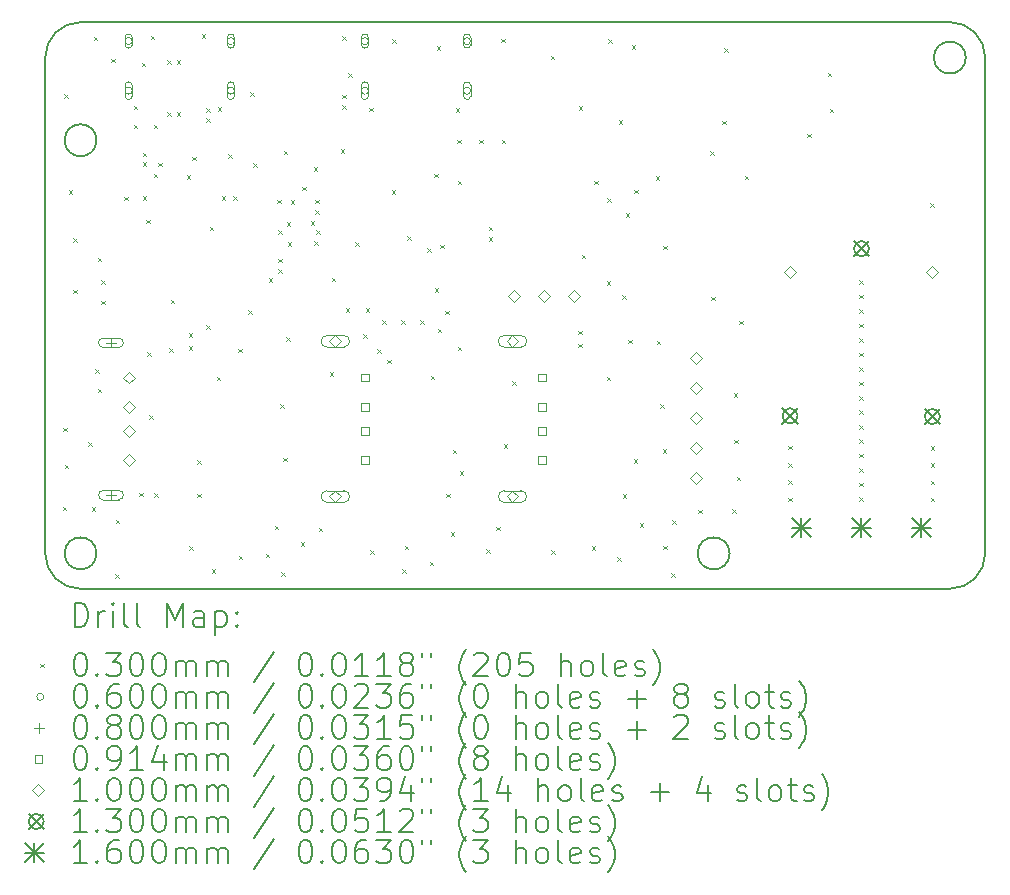
<source format=gbr>
%TF.GenerationSoftware,KiCad,Pcbnew,8.0.2*%
%TF.CreationDate,2024-05-30T21:42:03+08:00*%
%TF.ProjectId,pppc_usb_hub,70707063-5f75-4736-925f-6875622e6b69,rev?*%
%TF.SameCoordinates,Original*%
%TF.FileFunction,Drillmap*%
%TF.FilePolarity,Positive*%
%FSLAX45Y45*%
G04 Gerber Fmt 4.5, Leading zero omitted, Abs format (unit mm)*
G04 Created by KiCad (PCBNEW 8.0.2) date 2024-05-30 21:42:03*
%MOMM*%
%LPD*%
G01*
G04 APERTURE LIST*
%ADD10C,0.200000*%
%ADD11C,0.100000*%
%ADD12C,0.130000*%
%ADD13C,0.160000*%
G04 APERTURE END LIST*
D10*
X11170000Y-8101000D02*
X18530000Y-8101000D01*
X18665000Y-8401000D02*
G75*
G02*
X18395000Y-8401000I-135000J0D01*
G01*
X18395000Y-8401000D02*
G75*
G02*
X18665000Y-8401000I135000J0D01*
G01*
X18530000Y-12899000D02*
X11170000Y-12899000D01*
X10870000Y-12599000D02*
X10870000Y-8401000D01*
X11170000Y-12899000D02*
G75*
G02*
X10870000Y-12599000I0J300000D01*
G01*
X11305000Y-9101000D02*
G75*
G02*
X11035000Y-9101000I-135000J0D01*
G01*
X11035000Y-9101000D02*
G75*
G02*
X11305000Y-9101000I135000J0D01*
G01*
X18830000Y-12599000D02*
G75*
G02*
X18530000Y-12899000I-300000J0D01*
G01*
X11305000Y-12599000D02*
G75*
G02*
X11035000Y-12599000I-135000J0D01*
G01*
X11035000Y-12599000D02*
G75*
G02*
X11305000Y-12599000I135000J0D01*
G01*
X10870000Y-8401000D02*
G75*
G02*
X11170000Y-8101000I300000J0D01*
G01*
X18530000Y-8101000D02*
G75*
G02*
X18830000Y-8401000I0J-300000D01*
G01*
X16665000Y-12599000D02*
G75*
G02*
X16395000Y-12599000I-135000J0D01*
G01*
X16395000Y-12599000D02*
G75*
G02*
X16665000Y-12599000I135000J0D01*
G01*
X18830000Y-8401000D02*
X18830000Y-12599000D01*
D11*
X11020000Y-12205000D02*
X11050000Y-12235000D01*
X11050000Y-12205000D02*
X11020000Y-12235000D01*
X11025000Y-11535000D02*
X11055000Y-11565000D01*
X11055000Y-11535000D02*
X11025000Y-11565000D01*
X11030000Y-8710000D02*
X11060000Y-8740000D01*
X11060000Y-8710000D02*
X11030000Y-8740000D01*
X11035000Y-11850000D02*
X11065000Y-11880000D01*
X11065000Y-11850000D02*
X11035000Y-11880000D01*
X11070000Y-9525000D02*
X11100000Y-9555000D01*
X11100000Y-9525000D02*
X11070000Y-9555000D01*
X11110000Y-9930000D02*
X11140000Y-9960000D01*
X11140000Y-9930000D02*
X11110000Y-9960000D01*
X11110000Y-10365000D02*
X11140000Y-10395000D01*
X11140000Y-10365000D02*
X11110000Y-10395000D01*
X11235000Y-11660000D02*
X11265000Y-11690000D01*
X11265000Y-11660000D02*
X11235000Y-11690000D01*
X11265000Y-12210000D02*
X11295000Y-12240000D01*
X11295000Y-12210000D02*
X11265000Y-12240000D01*
X11280000Y-8225000D02*
X11310000Y-8255000D01*
X11310000Y-8225000D02*
X11280000Y-8255000D01*
X11295000Y-11040000D02*
X11325000Y-11070000D01*
X11325000Y-11040000D02*
X11295000Y-11070000D01*
X11315000Y-10095000D02*
X11345000Y-10125000D01*
X11345000Y-10095000D02*
X11315000Y-10125000D01*
X11315000Y-11205000D02*
X11345000Y-11235000D01*
X11345000Y-11205000D02*
X11315000Y-11235000D01*
X11345000Y-10285000D02*
X11375000Y-10315000D01*
X11375000Y-10285000D02*
X11345000Y-10315000D01*
X11345000Y-10460000D02*
X11375000Y-10490000D01*
X11375000Y-10460000D02*
X11345000Y-10490000D01*
X11430000Y-8410000D02*
X11460000Y-8440000D01*
X11460000Y-8410000D02*
X11430000Y-8440000D01*
X11465000Y-12775000D02*
X11495000Y-12805000D01*
X11495000Y-12775000D02*
X11465000Y-12805000D01*
X11470000Y-12315000D02*
X11500000Y-12345000D01*
X11500000Y-12315000D02*
X11470000Y-12345000D01*
X11540000Y-9580000D02*
X11570000Y-9610000D01*
X11570000Y-9580000D02*
X11540000Y-9610000D01*
X11620000Y-8810000D02*
X11650000Y-8840000D01*
X11650000Y-8810000D02*
X11620000Y-8840000D01*
X11620000Y-8970000D02*
X11650000Y-9000000D01*
X11650000Y-8970000D02*
X11620000Y-9000000D01*
X11665000Y-12085000D02*
X11695000Y-12115000D01*
X11695000Y-12085000D02*
X11665000Y-12115000D01*
X11690000Y-8445000D02*
X11720000Y-8475000D01*
X11720000Y-8445000D02*
X11690000Y-8475000D01*
X11695000Y-9205000D02*
X11725000Y-9235000D01*
X11725000Y-9205000D02*
X11695000Y-9235000D01*
X11695000Y-9285000D02*
X11725000Y-9315000D01*
X11725000Y-9285000D02*
X11695000Y-9315000D01*
X11695000Y-9575000D02*
X11725000Y-9605000D01*
X11725000Y-9575000D02*
X11695000Y-9605000D01*
X11725000Y-9775000D02*
X11755000Y-9805000D01*
X11755000Y-9775000D02*
X11725000Y-9805000D01*
X11735000Y-10895000D02*
X11765000Y-10925000D01*
X11765000Y-10895000D02*
X11735000Y-10925000D01*
X11750000Y-11430000D02*
X11780000Y-11460000D01*
X11780000Y-11430000D02*
X11750000Y-11460000D01*
X11765000Y-8215000D02*
X11795000Y-8245000D01*
X11795000Y-8215000D02*
X11765000Y-8245000D01*
X11790000Y-8970000D02*
X11820000Y-9000000D01*
X11820000Y-8970000D02*
X11790000Y-9000000D01*
X11790000Y-9385000D02*
X11820000Y-9415000D01*
X11820000Y-9385000D02*
X11790000Y-9415000D01*
X11795000Y-12090000D02*
X11825000Y-12120000D01*
X11825000Y-12090000D02*
X11795000Y-12120000D01*
X11830000Y-9290000D02*
X11860000Y-9320000D01*
X11860000Y-9290000D02*
X11830000Y-9320000D01*
X11904900Y-8425000D02*
X11934900Y-8455000D01*
X11934900Y-8425000D02*
X11904900Y-8455000D01*
X11904900Y-8865000D02*
X11934900Y-8895000D01*
X11934900Y-8865000D02*
X11904900Y-8895000D01*
X11920000Y-10860000D02*
X11950000Y-10890000D01*
X11950000Y-10860000D02*
X11920000Y-10890000D01*
X11935000Y-10450000D02*
X11965000Y-10480000D01*
X11965000Y-10450000D02*
X11935000Y-10480000D01*
X11984900Y-8425000D02*
X12014900Y-8455000D01*
X12014900Y-8425000D02*
X11984900Y-8455000D01*
X11984900Y-8865000D02*
X12014900Y-8895000D01*
X12014900Y-8865000D02*
X11984900Y-8895000D01*
X12070000Y-9395000D02*
X12100000Y-9425000D01*
X12100000Y-9395000D02*
X12070000Y-9425000D01*
X12085000Y-10734990D02*
X12115000Y-10764990D01*
X12115000Y-10734990D02*
X12085000Y-10764990D01*
X12085000Y-10844990D02*
X12115000Y-10874990D01*
X12115000Y-10844990D02*
X12085000Y-10874990D01*
X12090000Y-12540000D02*
X12120000Y-12570000D01*
X12120000Y-12540000D02*
X12090000Y-12570000D01*
X12115000Y-9240000D02*
X12145000Y-9270000D01*
X12145000Y-9240000D02*
X12115000Y-9270000D01*
X12160000Y-11810000D02*
X12190000Y-11840000D01*
X12190000Y-11810000D02*
X12160000Y-11840000D01*
X12160000Y-12095000D02*
X12190000Y-12125000D01*
X12190000Y-12095000D02*
X12160000Y-12125000D01*
X12195000Y-8205000D02*
X12225000Y-8235000D01*
X12225000Y-8205000D02*
X12195000Y-8235000D01*
X12235000Y-8830000D02*
X12265000Y-8860000D01*
X12265000Y-8830000D02*
X12235000Y-8860000D01*
X12235000Y-8915000D02*
X12265000Y-8945000D01*
X12265000Y-8915000D02*
X12235000Y-8945000D01*
X12235000Y-10665000D02*
X12265000Y-10695000D01*
X12265000Y-10665000D02*
X12235000Y-10695000D01*
X12265000Y-9835000D02*
X12295000Y-9865000D01*
X12295000Y-9835000D02*
X12265000Y-9865000D01*
X12280000Y-12735000D02*
X12310000Y-12765000D01*
X12310000Y-12735000D02*
X12280000Y-12765000D01*
X12325000Y-11105000D02*
X12355000Y-11135000D01*
X12355000Y-11105000D02*
X12325000Y-11135000D01*
X12330000Y-8820000D02*
X12360000Y-8850000D01*
X12360000Y-8820000D02*
X12330000Y-8850000D01*
X12365000Y-9575000D02*
X12395000Y-9605000D01*
X12395000Y-9575000D02*
X12365000Y-9605000D01*
X12420000Y-9220000D02*
X12450000Y-9250000D01*
X12450000Y-9220000D02*
X12420000Y-9250000D01*
X12465000Y-9575000D02*
X12495000Y-9605000D01*
X12495000Y-9575000D02*
X12465000Y-9605000D01*
X12505000Y-10865000D02*
X12535000Y-10895000D01*
X12535000Y-10865000D02*
X12505000Y-10895000D01*
X12510000Y-12620000D02*
X12540000Y-12650000D01*
X12540000Y-12620000D02*
X12510000Y-12650000D01*
X12590000Y-10540000D02*
X12620000Y-10570000D01*
X12620000Y-10540000D02*
X12590000Y-10570000D01*
X12605000Y-8695000D02*
X12635000Y-8725000D01*
X12635000Y-8695000D02*
X12605000Y-8725000D01*
X12630000Y-9295000D02*
X12660000Y-9325000D01*
X12660000Y-9295000D02*
X12630000Y-9325000D01*
X12740000Y-12600000D02*
X12770000Y-12630000D01*
X12770000Y-12600000D02*
X12740000Y-12630000D01*
X12765000Y-10270000D02*
X12795000Y-10300000D01*
X12795000Y-10270000D02*
X12765000Y-10300000D01*
X12815000Y-12365000D02*
X12845000Y-12395000D01*
X12845000Y-12365000D02*
X12815000Y-12395000D01*
X12835000Y-9605000D02*
X12865000Y-9635000D01*
X12865000Y-9605000D02*
X12835000Y-9635000D01*
X12845000Y-9865000D02*
X12875000Y-9895000D01*
X12875000Y-9865000D02*
X12845000Y-9895000D01*
X12845000Y-10105000D02*
X12875000Y-10135000D01*
X12875000Y-10105000D02*
X12845000Y-10135000D01*
X12845000Y-10195000D02*
X12875000Y-10225000D01*
X12875000Y-10195000D02*
X12845000Y-10225000D01*
X12860000Y-11335000D02*
X12890000Y-11365000D01*
X12890000Y-11335000D02*
X12860000Y-11365000D01*
X12870000Y-12760000D02*
X12900000Y-12790000D01*
X12900000Y-12760000D02*
X12870000Y-12790000D01*
X12885000Y-11790000D02*
X12915000Y-11820000D01*
X12915000Y-11790000D02*
X12885000Y-11820000D01*
X12890000Y-9190000D02*
X12920000Y-9220000D01*
X12920000Y-9190000D02*
X12890000Y-9220000D01*
X12910000Y-10770000D02*
X12940000Y-10800000D01*
X12940000Y-10770000D02*
X12910000Y-10800000D01*
X12915000Y-9795000D02*
X12945000Y-9825000D01*
X12945000Y-9795000D02*
X12915000Y-9825000D01*
X12925000Y-9965000D02*
X12955000Y-9995000D01*
X12955000Y-9965000D02*
X12925000Y-9995000D01*
X12950000Y-9610000D02*
X12980000Y-9640000D01*
X12980000Y-9610000D02*
X12950000Y-9640000D01*
X13035000Y-12505000D02*
X13065000Y-12535000D01*
X13065000Y-12505000D02*
X13035000Y-12535000D01*
X13045000Y-9494550D02*
X13075000Y-9524550D01*
X13075000Y-9494550D02*
X13045000Y-9524550D01*
X13120000Y-9785000D02*
X13150000Y-9815000D01*
X13150000Y-9785000D02*
X13120000Y-9815000D01*
X13145000Y-9330000D02*
X13175000Y-9360000D01*
X13175000Y-9330000D02*
X13145000Y-9360000D01*
X13150000Y-9955000D02*
X13180000Y-9985000D01*
X13180000Y-9955000D02*
X13150000Y-9985000D01*
X13155000Y-9605000D02*
X13185000Y-9635000D01*
X13185000Y-9605000D02*
X13155000Y-9635000D01*
X13155000Y-9695000D02*
X13185000Y-9725000D01*
X13185000Y-9695000D02*
X13155000Y-9725000D01*
X13165000Y-9865000D02*
X13195000Y-9895000D01*
X13195000Y-9865000D02*
X13165000Y-9895000D01*
X13185000Y-12380000D02*
X13215000Y-12410000D01*
X13215000Y-12380000D02*
X13185000Y-12410000D01*
X13280000Y-11065000D02*
X13310000Y-11095000D01*
X13310000Y-11065000D02*
X13280000Y-11095000D01*
X13295000Y-10265000D02*
X13325000Y-10295000D01*
X13325000Y-10265000D02*
X13295000Y-10295000D01*
X13375000Y-9175000D02*
X13405000Y-9205000D01*
X13405000Y-9175000D02*
X13375000Y-9205000D01*
X13385000Y-8220000D02*
X13415000Y-8250000D01*
X13415000Y-8220000D02*
X13385000Y-8250000D01*
X13385000Y-8715000D02*
X13415000Y-8745000D01*
X13415000Y-8715000D02*
X13385000Y-8745000D01*
X13385000Y-8805000D02*
X13415000Y-8835000D01*
X13415000Y-8805000D02*
X13385000Y-8835000D01*
X13415000Y-10525000D02*
X13445000Y-10555000D01*
X13445000Y-10525000D02*
X13415000Y-10555000D01*
X13435000Y-8535000D02*
X13465000Y-8565000D01*
X13465000Y-8535000D02*
X13435000Y-8565000D01*
X13495000Y-9965000D02*
X13525000Y-9995000D01*
X13525000Y-9965000D02*
X13495000Y-9995000D01*
X13565000Y-10745000D02*
X13595000Y-10775000D01*
X13595000Y-10745000D02*
X13565000Y-10775000D01*
X13585000Y-10525000D02*
X13615000Y-10555000D01*
X13615000Y-10525000D02*
X13585000Y-10555000D01*
X13615000Y-8825000D02*
X13645000Y-8855000D01*
X13645000Y-8825000D02*
X13615000Y-8855000D01*
X13625000Y-12570000D02*
X13655000Y-12600000D01*
X13655000Y-12570000D02*
X13625000Y-12600000D01*
X13680000Y-10870000D02*
X13710000Y-10900000D01*
X13710000Y-10870000D02*
X13680000Y-10900000D01*
X13725000Y-10625000D02*
X13755000Y-10655000D01*
X13755000Y-10625000D02*
X13725000Y-10655000D01*
X13765000Y-10960000D02*
X13795000Y-10990000D01*
X13795000Y-10960000D02*
X13765000Y-10990000D01*
X13805000Y-9525000D02*
X13835000Y-9555000D01*
X13835000Y-9525000D02*
X13805000Y-9555000D01*
X13810000Y-8245000D02*
X13840000Y-8275000D01*
X13840000Y-8245000D02*
X13810000Y-8275000D01*
X13885000Y-10625000D02*
X13915000Y-10655000D01*
X13915000Y-10625000D02*
X13885000Y-10655000D01*
X13895000Y-12735000D02*
X13925000Y-12765000D01*
X13925000Y-12735000D02*
X13895000Y-12765000D01*
X13915000Y-12535000D02*
X13945000Y-12565000D01*
X13945000Y-12535000D02*
X13915000Y-12565000D01*
X13935000Y-9915000D02*
X13965000Y-9945000D01*
X13965000Y-9915000D02*
X13935000Y-9945000D01*
X14045000Y-10625000D02*
X14075000Y-10655000D01*
X14075000Y-10625000D02*
X14045000Y-10655000D01*
X14105000Y-10015000D02*
X14135000Y-10045000D01*
X14135000Y-10015000D02*
X14105000Y-10045000D01*
X14125000Y-12670000D02*
X14155000Y-12700000D01*
X14155000Y-12670000D02*
X14125000Y-12700000D01*
X14135000Y-11095000D02*
X14165000Y-11125000D01*
X14165000Y-11095000D02*
X14135000Y-11125000D01*
X14165000Y-9385000D02*
X14195000Y-9415000D01*
X14195000Y-9385000D02*
X14165000Y-9415000D01*
X14170000Y-10355000D02*
X14200000Y-10385000D01*
X14200000Y-10355000D02*
X14170000Y-10385000D01*
X14185000Y-8305000D02*
X14215000Y-8335000D01*
X14215000Y-8305000D02*
X14185000Y-8335000D01*
X14195000Y-10695000D02*
X14225000Y-10725000D01*
X14225000Y-10695000D02*
X14195000Y-10725000D01*
X14215000Y-9985000D02*
X14245000Y-10015000D01*
X14245000Y-9985000D02*
X14215000Y-10015000D01*
X14260000Y-10545000D02*
X14290000Y-10575000D01*
X14290000Y-10545000D02*
X14260000Y-10575000D01*
X14265000Y-12095000D02*
X14295000Y-12125000D01*
X14295000Y-12095000D02*
X14265000Y-12125000D01*
X14305000Y-12420000D02*
X14335000Y-12450000D01*
X14335000Y-12420000D02*
X14305000Y-12450000D01*
X14320000Y-11720000D02*
X14350000Y-11750000D01*
X14350000Y-11720000D02*
X14320000Y-11750000D01*
X14345000Y-8830000D02*
X14375000Y-8860000D01*
X14375000Y-8830000D02*
X14345000Y-8860000D01*
X14360000Y-9095000D02*
X14390000Y-9125000D01*
X14390000Y-9095000D02*
X14360000Y-9125000D01*
X14365000Y-9445000D02*
X14395000Y-9475000D01*
X14395000Y-9445000D02*
X14365000Y-9475000D01*
X14365000Y-10850000D02*
X14395000Y-10880000D01*
X14395000Y-10850000D02*
X14365000Y-10880000D01*
X14380000Y-11905000D02*
X14410000Y-11935000D01*
X14410000Y-11905000D02*
X14380000Y-11935000D01*
X14547500Y-9095000D02*
X14577500Y-9125000D01*
X14577500Y-9095000D02*
X14547500Y-9125000D01*
X14605000Y-12565000D02*
X14635000Y-12595000D01*
X14635000Y-12565000D02*
X14605000Y-12595000D01*
X14625000Y-9835000D02*
X14655000Y-9865000D01*
X14655000Y-9835000D02*
X14625000Y-9865000D01*
X14625000Y-9920000D02*
X14655000Y-9950000D01*
X14655000Y-9920000D02*
X14625000Y-9950000D01*
X14690000Y-12375000D02*
X14720000Y-12405000D01*
X14720000Y-12375000D02*
X14690000Y-12405000D01*
X14730000Y-8240000D02*
X14760000Y-8270000D01*
X14760000Y-8240000D02*
X14730000Y-8270000D01*
X14735000Y-9095000D02*
X14765000Y-9125000D01*
X14765000Y-9095000D02*
X14735000Y-9125000D01*
X14755000Y-11675000D02*
X14785000Y-11705000D01*
X14785000Y-11675000D02*
X14755000Y-11705000D01*
X14825000Y-11140000D02*
X14855000Y-11170000D01*
X14855000Y-11140000D02*
X14825000Y-11170000D01*
X15150000Y-8385000D02*
X15180000Y-8415000D01*
X15180000Y-8385000D02*
X15150000Y-8415000D01*
X15155000Y-12570000D02*
X15185000Y-12600000D01*
X15185000Y-12570000D02*
X15155000Y-12600000D01*
X15385000Y-10714990D02*
X15415000Y-10744990D01*
X15415000Y-10714990D02*
X15385000Y-10744990D01*
X15385000Y-10824990D02*
X15415000Y-10854990D01*
X15415000Y-10824990D02*
X15385000Y-10854990D01*
X15390000Y-8815000D02*
X15420000Y-8845000D01*
X15420000Y-8815000D02*
X15390000Y-8845000D01*
X15415000Y-10070000D02*
X15445000Y-10100000D01*
X15445000Y-10070000D02*
X15415000Y-10100000D01*
X15500000Y-12540000D02*
X15530000Y-12570000D01*
X15530000Y-12540000D02*
X15500000Y-12570000D01*
X15520000Y-9445000D02*
X15550000Y-9475000D01*
X15550000Y-9445000D02*
X15520000Y-9475000D01*
X15625000Y-10295000D02*
X15655000Y-10325000D01*
X15655000Y-10295000D02*
X15625000Y-10325000D01*
X15625000Y-11105000D02*
X15655000Y-11135000D01*
X15655000Y-11105000D02*
X15625000Y-11135000D01*
X15630000Y-9590000D02*
X15660000Y-9620000D01*
X15660000Y-9590000D02*
X15630000Y-9620000D01*
X15640000Y-8245000D02*
X15670000Y-8275000D01*
X15670000Y-8245000D02*
X15640000Y-8275000D01*
X15715000Y-12630000D02*
X15745000Y-12660000D01*
X15745000Y-12630000D02*
X15715000Y-12660000D01*
X15725000Y-8930000D02*
X15755000Y-8960000D01*
X15755000Y-8930000D02*
X15725000Y-8960000D01*
X15755000Y-10415000D02*
X15785000Y-10445000D01*
X15785000Y-10415000D02*
X15755000Y-10445000D01*
X15760000Y-12100000D02*
X15790000Y-12130000D01*
X15790000Y-12100000D02*
X15760000Y-12130000D01*
X15785000Y-9720000D02*
X15815000Y-9750000D01*
X15815000Y-9720000D02*
X15785000Y-9750000D01*
X15805000Y-10790000D02*
X15835000Y-10820000D01*
X15835000Y-10790000D02*
X15805000Y-10820000D01*
X15835000Y-8295000D02*
X15865000Y-8325000D01*
X15865000Y-8295000D02*
X15835000Y-8325000D01*
X15855000Y-11800000D02*
X15885000Y-11830000D01*
X15885000Y-11800000D02*
X15855000Y-11830000D01*
X15860000Y-9520000D02*
X15890000Y-9550000D01*
X15890000Y-9520000D02*
X15860000Y-9550000D01*
X15905000Y-12345000D02*
X15935000Y-12375000D01*
X15935000Y-12345000D02*
X15905000Y-12375000D01*
X16040000Y-9405000D02*
X16070000Y-9435000D01*
X16070000Y-9405000D02*
X16040000Y-9435000D01*
X16050000Y-10800000D02*
X16080000Y-10830000D01*
X16080000Y-10800000D02*
X16050000Y-10830000D01*
X16080000Y-11335000D02*
X16110000Y-11365000D01*
X16110000Y-11335000D02*
X16080000Y-11365000D01*
X16100000Y-11715000D02*
X16130000Y-11745000D01*
X16130000Y-11715000D02*
X16100000Y-11745000D01*
X16105000Y-9995000D02*
X16135000Y-10025000D01*
X16135000Y-9995000D02*
X16105000Y-10025000D01*
X16105000Y-12535000D02*
X16135000Y-12565000D01*
X16135000Y-12535000D02*
X16105000Y-12565000D01*
X16170000Y-12765000D02*
X16200000Y-12795000D01*
X16200000Y-12765000D02*
X16170000Y-12795000D01*
X16180000Y-12320000D02*
X16210000Y-12350000D01*
X16210000Y-12320000D02*
X16180000Y-12350000D01*
X16400000Y-12230000D02*
X16430000Y-12260000D01*
X16430000Y-12230000D02*
X16400000Y-12260000D01*
X16500000Y-9195000D02*
X16530000Y-9225000D01*
X16530000Y-9195000D02*
X16500000Y-9225000D01*
X16510000Y-10425000D02*
X16540000Y-10455000D01*
X16540000Y-10425000D02*
X16510000Y-10455000D01*
X16605000Y-8935000D02*
X16635000Y-8965000D01*
X16635000Y-8935000D02*
X16605000Y-8965000D01*
X16620000Y-8320000D02*
X16650000Y-8350000D01*
X16650000Y-8320000D02*
X16620000Y-8350000D01*
X16690000Y-12225000D02*
X16720000Y-12255000D01*
X16720000Y-12225000D02*
X16690000Y-12255000D01*
X16700000Y-11245000D02*
X16730000Y-11275000D01*
X16730000Y-11245000D02*
X16700000Y-11275000D01*
X16705000Y-11635000D02*
X16735000Y-11665000D01*
X16735000Y-11635000D02*
X16705000Y-11665000D01*
X16725000Y-11950000D02*
X16755000Y-11980000D01*
X16755000Y-11950000D02*
X16725000Y-11980000D01*
X16745000Y-10630000D02*
X16775000Y-10660000D01*
X16775000Y-10630000D02*
X16745000Y-10660000D01*
X16795000Y-9400000D02*
X16825000Y-9430000D01*
X16825000Y-9400000D02*
X16795000Y-9430000D01*
X17162000Y-11687000D02*
X17192000Y-11717000D01*
X17192000Y-11687000D02*
X17162000Y-11717000D01*
X17162000Y-11834000D02*
X17192000Y-11864000D01*
X17192000Y-11834000D02*
X17162000Y-11864000D01*
X17162000Y-11981000D02*
X17192000Y-12011000D01*
X17192000Y-11981000D02*
X17162000Y-12011000D01*
X17162000Y-12128000D02*
X17192000Y-12158000D01*
X17192000Y-12128000D02*
X17162000Y-12158000D01*
X17325000Y-9045000D02*
X17355000Y-9075000D01*
X17355000Y-9045000D02*
X17325000Y-9075000D01*
X17495000Y-8530000D02*
X17525000Y-8560000D01*
X17525000Y-8530000D02*
X17495000Y-8560000D01*
X17515000Y-8835000D02*
X17545000Y-8865000D01*
X17545000Y-8835000D02*
X17515000Y-8865000D01*
X17765000Y-10285000D02*
X17795000Y-10315000D01*
X17795000Y-10285000D02*
X17765000Y-10315000D01*
X17765000Y-10407667D02*
X17795000Y-10437667D01*
X17795000Y-10407667D02*
X17765000Y-10437667D01*
X17765000Y-10530333D02*
X17795000Y-10560333D01*
X17795000Y-10530333D02*
X17765000Y-10560333D01*
X17765000Y-10653000D02*
X17795000Y-10683000D01*
X17795000Y-10653000D02*
X17765000Y-10683000D01*
X17765000Y-10775666D02*
X17795000Y-10805666D01*
X17795000Y-10775666D02*
X17765000Y-10805666D01*
X17765000Y-10898333D02*
X17795000Y-10928333D01*
X17795000Y-10898333D02*
X17765000Y-10928333D01*
X17765000Y-11021000D02*
X17795000Y-11051000D01*
X17795000Y-11021000D02*
X17765000Y-11051000D01*
X17765000Y-11143666D02*
X17795000Y-11173666D01*
X17795000Y-11143666D02*
X17765000Y-11173666D01*
X17765000Y-11266333D02*
X17795000Y-11296333D01*
X17795000Y-11266333D02*
X17765000Y-11296333D01*
X17765000Y-11388999D02*
X17795000Y-11418999D01*
X17795000Y-11388999D02*
X17765000Y-11418999D01*
X17765000Y-11511666D02*
X17795000Y-11541666D01*
X17795000Y-11511666D02*
X17765000Y-11541666D01*
X17765000Y-11634333D02*
X17795000Y-11664333D01*
X17795000Y-11634333D02*
X17765000Y-11664333D01*
X17765000Y-11756999D02*
X17795000Y-11786999D01*
X17795000Y-11756999D02*
X17765000Y-11786999D01*
X17765000Y-11879666D02*
X17795000Y-11909666D01*
X17795000Y-11879666D02*
X17765000Y-11909666D01*
X17765000Y-12002332D02*
X17795000Y-12032332D01*
X17795000Y-12002332D02*
X17765000Y-12032332D01*
X17765000Y-12125000D02*
X17795000Y-12155000D01*
X17795000Y-12125000D02*
X17765000Y-12155000D01*
X18362000Y-9632000D02*
X18392000Y-9662000D01*
X18392000Y-9632000D02*
X18362000Y-9662000D01*
X18367000Y-11691000D02*
X18397000Y-11721000D01*
X18397000Y-11691000D02*
X18367000Y-11721000D01*
X18367000Y-11837000D02*
X18397000Y-11867000D01*
X18397000Y-11837000D02*
X18367000Y-11867000D01*
X18367000Y-11983000D02*
X18397000Y-12013000D01*
X18397000Y-11983000D02*
X18367000Y-12013000D01*
X18367000Y-12129000D02*
X18397000Y-12159000D01*
X18397000Y-12129000D02*
X18367000Y-12159000D01*
X11607400Y-8261350D02*
G75*
G02*
X11547400Y-8261350I-30000J0D01*
G01*
X11547400Y-8261350D02*
G75*
G02*
X11607400Y-8261350I30000J0D01*
G01*
X11607400Y-8291350D02*
X11607400Y-8231350D01*
X11547400Y-8231350D02*
G75*
G02*
X11607400Y-8231350I30000J0D01*
G01*
X11547400Y-8231350D02*
X11547400Y-8291350D01*
X11547400Y-8291350D02*
G75*
G03*
X11607400Y-8291350I30000J0D01*
G01*
X11607400Y-8681360D02*
G75*
G02*
X11547400Y-8681360I-30000J0D01*
G01*
X11547400Y-8681360D02*
G75*
G02*
X11607400Y-8681360I30000J0D01*
G01*
X11607400Y-8726360D02*
X11607400Y-8636360D01*
X11547400Y-8636360D02*
G75*
G02*
X11607400Y-8636360I30000J0D01*
G01*
X11547400Y-8636360D02*
X11547400Y-8726360D01*
X11547400Y-8726360D02*
G75*
G03*
X11607400Y-8726360I30000J0D01*
G01*
X12472400Y-8261350D02*
G75*
G02*
X12412400Y-8261350I-30000J0D01*
G01*
X12412400Y-8261350D02*
G75*
G02*
X12472400Y-8261350I30000J0D01*
G01*
X12472400Y-8291350D02*
X12472400Y-8231350D01*
X12412400Y-8231350D02*
G75*
G02*
X12472400Y-8231350I30000J0D01*
G01*
X12412400Y-8231350D02*
X12412400Y-8291350D01*
X12412400Y-8291350D02*
G75*
G03*
X12472400Y-8291350I30000J0D01*
G01*
X12472400Y-8681360D02*
G75*
G02*
X12412400Y-8681360I-30000J0D01*
G01*
X12412400Y-8681360D02*
G75*
G02*
X12472400Y-8681360I30000J0D01*
G01*
X12472400Y-8726360D02*
X12472400Y-8636360D01*
X12412400Y-8636360D02*
G75*
G02*
X12472400Y-8636360I30000J0D01*
G01*
X12412400Y-8636360D02*
X12412400Y-8726360D01*
X12412400Y-8726360D02*
G75*
G03*
X12472400Y-8726360I30000J0D01*
G01*
X13607400Y-8261350D02*
G75*
G02*
X13547400Y-8261350I-30000J0D01*
G01*
X13547400Y-8261350D02*
G75*
G02*
X13607400Y-8261350I30000J0D01*
G01*
X13607400Y-8291350D02*
X13607400Y-8231350D01*
X13547400Y-8231350D02*
G75*
G02*
X13607400Y-8231350I30000J0D01*
G01*
X13547400Y-8231350D02*
X13547400Y-8291350D01*
X13547400Y-8291350D02*
G75*
G03*
X13607400Y-8291350I30000J0D01*
G01*
X13607400Y-8681360D02*
G75*
G02*
X13547400Y-8681360I-30000J0D01*
G01*
X13547400Y-8681360D02*
G75*
G02*
X13607400Y-8681360I30000J0D01*
G01*
X13607400Y-8726360D02*
X13607400Y-8636360D01*
X13547400Y-8636360D02*
G75*
G02*
X13607400Y-8636360I30000J0D01*
G01*
X13547400Y-8636360D02*
X13547400Y-8726360D01*
X13547400Y-8726360D02*
G75*
G03*
X13607400Y-8726360I30000J0D01*
G01*
X14472400Y-8261350D02*
G75*
G02*
X14412400Y-8261350I-30000J0D01*
G01*
X14412400Y-8261350D02*
G75*
G02*
X14472400Y-8261350I30000J0D01*
G01*
X14472400Y-8291350D02*
X14472400Y-8231350D01*
X14412400Y-8231350D02*
G75*
G02*
X14472400Y-8231350I30000J0D01*
G01*
X14412400Y-8231350D02*
X14412400Y-8291350D01*
X14412400Y-8291350D02*
G75*
G03*
X14472400Y-8291350I30000J0D01*
G01*
X14472400Y-8681360D02*
G75*
G02*
X14412400Y-8681360I-30000J0D01*
G01*
X14412400Y-8681360D02*
G75*
G02*
X14472400Y-8681360I30000J0D01*
G01*
X14472400Y-8726360D02*
X14472400Y-8636360D01*
X14412400Y-8636360D02*
G75*
G02*
X14472400Y-8636360I30000J0D01*
G01*
X14412400Y-8636360D02*
X14412400Y-8726360D01*
X14412400Y-8726360D02*
G75*
G03*
X14472400Y-8726360I30000J0D01*
G01*
X11427380Y-10775000D02*
X11427380Y-10855000D01*
X11387380Y-10815000D02*
X11467380Y-10815000D01*
X11362380Y-10855000D02*
X11492380Y-10855000D01*
X11492380Y-10775000D02*
G75*
G02*
X11492380Y-10855000I0J-40000D01*
G01*
X11492380Y-10775000D02*
X11362380Y-10775000D01*
X11362380Y-10775000D02*
G75*
G03*
X11362380Y-10855000I0J-40000D01*
G01*
X11427380Y-12064980D02*
X11427380Y-12144980D01*
X11387380Y-12104980D02*
X11467380Y-12104980D01*
X11362380Y-12144980D02*
X11492380Y-12144980D01*
X11492380Y-12064980D02*
G75*
G02*
X11492380Y-12144980I0J-40000D01*
G01*
X11492380Y-12064980D02*
X11362380Y-12064980D01*
X11362380Y-12064980D02*
G75*
G03*
X11362380Y-12144980I0J-40000D01*
G01*
X13609729Y-11142309D02*
X13609729Y-11077651D01*
X13545071Y-11077651D01*
X13545071Y-11142309D01*
X13609729Y-11142309D01*
X13609729Y-11392239D02*
X13609729Y-11327581D01*
X13545071Y-11327581D01*
X13545071Y-11392239D01*
X13609729Y-11392239D01*
X13609729Y-11592399D02*
X13609729Y-11527741D01*
X13545071Y-11527741D01*
X13545071Y-11592399D01*
X13609729Y-11592399D01*
X13609729Y-11842329D02*
X13609729Y-11777671D01*
X13545071Y-11777671D01*
X13545071Y-11842329D01*
X13609729Y-11842329D01*
X15109729Y-11142309D02*
X15109729Y-11077651D01*
X15045071Y-11077651D01*
X15045071Y-11142309D01*
X15109729Y-11142309D01*
X15109729Y-11392239D02*
X15109729Y-11327581D01*
X15045071Y-11327581D01*
X15045071Y-11392239D01*
X15109729Y-11392239D01*
X15109729Y-11592399D02*
X15109729Y-11527741D01*
X15045071Y-11527741D01*
X15045071Y-11592399D01*
X15109729Y-11592399D01*
X15109729Y-11842329D02*
X15109729Y-11777671D01*
X15045071Y-11777671D01*
X15045071Y-11842329D01*
X15109729Y-11842329D01*
X11577400Y-11159990D02*
X11627400Y-11109990D01*
X11577400Y-11059990D01*
X11527400Y-11109990D01*
X11577400Y-11159990D01*
X11577400Y-11410000D02*
X11627400Y-11360000D01*
X11577400Y-11310000D01*
X11527400Y-11360000D01*
X11577400Y-11410000D01*
X11577400Y-11610000D02*
X11627400Y-11560000D01*
X11577400Y-11510000D01*
X11527400Y-11560000D01*
X11577400Y-11610000D01*
X11577400Y-11859990D02*
X11627400Y-11809990D01*
X11577400Y-11759990D01*
X11527400Y-11809990D01*
X11577400Y-11859990D01*
X13327380Y-10852990D02*
X13377380Y-10802990D01*
X13327380Y-10752990D01*
X13277380Y-10802990D01*
X13327380Y-10852990D01*
X13397380Y-10752990D02*
X13257380Y-10752990D01*
X13257380Y-10852990D02*
G75*
G02*
X13257380Y-10752990I0J50000D01*
G01*
X13257380Y-10852990D02*
X13397380Y-10852990D01*
X13397380Y-10852990D02*
G75*
G03*
X13397380Y-10752990I0J50000D01*
G01*
X13327380Y-12166990D02*
X13377380Y-12116990D01*
X13327380Y-12066990D01*
X13277380Y-12116990D01*
X13327380Y-12166990D01*
X13257380Y-12166990D02*
X13397380Y-12166990D01*
X13397380Y-12066990D02*
G75*
G02*
X13397380Y-12166990I0J-50000D01*
G01*
X13397380Y-12066990D02*
X13257380Y-12066990D01*
X13257380Y-12066990D02*
G75*
G03*
X13257380Y-12166990I0J-50000D01*
G01*
X14827380Y-10852990D02*
X14877380Y-10802990D01*
X14827380Y-10752990D01*
X14777380Y-10802990D01*
X14827380Y-10852990D01*
X14897380Y-10752990D02*
X14757380Y-10752990D01*
X14757380Y-10852990D02*
G75*
G02*
X14757380Y-10752990I0J50000D01*
G01*
X14757380Y-10852990D02*
X14897380Y-10852990D01*
X14897380Y-10852990D02*
G75*
G03*
X14897380Y-10752990I0J50000D01*
G01*
X14827380Y-12166990D02*
X14877380Y-12116990D01*
X14827380Y-12066990D01*
X14777380Y-12116990D01*
X14827380Y-12166990D01*
X14757380Y-12166990D02*
X14897380Y-12166990D01*
X14897380Y-12066990D02*
G75*
G02*
X14897380Y-12166990I0J-50000D01*
G01*
X14897380Y-12066990D02*
X14757380Y-12066990D01*
X14757380Y-12066990D02*
G75*
G03*
X14757380Y-12166990I0J-50000D01*
G01*
X14842000Y-10470000D02*
X14892000Y-10420000D01*
X14842000Y-10370000D01*
X14792000Y-10420000D01*
X14842000Y-10470000D01*
X15096000Y-10470000D02*
X15146000Y-10420000D01*
X15096000Y-10370000D01*
X15046000Y-10420000D01*
X15096000Y-10470000D01*
X15350000Y-10470000D02*
X15400000Y-10420000D01*
X15350000Y-10370000D01*
X15300000Y-10420000D01*
X15350000Y-10470000D01*
X16380000Y-10998000D02*
X16430000Y-10948000D01*
X16380000Y-10898000D01*
X16330000Y-10948000D01*
X16380000Y-10998000D01*
X16380000Y-11252000D02*
X16430000Y-11202000D01*
X16380000Y-11152000D01*
X16330000Y-11202000D01*
X16380000Y-11252000D01*
X16380000Y-11506000D02*
X16430000Y-11456000D01*
X16380000Y-11406000D01*
X16330000Y-11456000D01*
X16380000Y-11506000D01*
X16380000Y-11760000D02*
X16430000Y-11710000D01*
X16380000Y-11660000D01*
X16330000Y-11710000D01*
X16380000Y-11760000D01*
X16380000Y-12014000D02*
X16430000Y-11964000D01*
X16380000Y-11914000D01*
X16330000Y-11964000D01*
X16380000Y-12014000D01*
X17177000Y-10265000D02*
X17227000Y-10215000D01*
X17177000Y-10165000D01*
X17127000Y-10215000D01*
X17177000Y-10265000D01*
X18377000Y-10265000D02*
X18427000Y-10215000D01*
X18377000Y-10165000D01*
X18327000Y-10215000D01*
X18377000Y-10265000D01*
D12*
X17112000Y-11370000D02*
X17242000Y-11500000D01*
X17242000Y-11370000D02*
X17112000Y-11500000D01*
X17242000Y-11435000D02*
G75*
G02*
X17112000Y-11435000I-65000J0D01*
G01*
X17112000Y-11435000D02*
G75*
G02*
X17242000Y-11435000I65000J0D01*
G01*
X17717000Y-9955000D02*
X17847000Y-10085000D01*
X17847000Y-9955000D02*
X17717000Y-10085000D01*
X17847000Y-10020000D02*
G75*
G02*
X17717000Y-10020000I-65000J0D01*
G01*
X17717000Y-10020000D02*
G75*
G02*
X17847000Y-10020000I65000J0D01*
G01*
X18317000Y-11375000D02*
X18447000Y-11505000D01*
X18447000Y-11375000D02*
X18317000Y-11505000D01*
X18447000Y-11440000D02*
G75*
G02*
X18317000Y-11440000I-65000J0D01*
G01*
X18317000Y-11440000D02*
G75*
G02*
X18447000Y-11440000I65000J0D01*
G01*
D13*
X17194000Y-12300000D02*
X17354000Y-12460000D01*
X17354000Y-12300000D02*
X17194000Y-12460000D01*
X17274000Y-12300000D02*
X17274000Y-12460000D01*
X17194000Y-12380000D02*
X17354000Y-12380000D01*
X17702000Y-12300000D02*
X17862000Y-12460000D01*
X17862000Y-12300000D02*
X17702000Y-12460000D01*
X17782000Y-12300000D02*
X17782000Y-12460000D01*
X17702000Y-12380000D02*
X17862000Y-12380000D01*
X18210000Y-12300000D02*
X18370000Y-12460000D01*
X18370000Y-12300000D02*
X18210000Y-12460000D01*
X18290000Y-12300000D02*
X18290000Y-12460000D01*
X18210000Y-12380000D02*
X18370000Y-12380000D01*
D10*
X11120777Y-13220484D02*
X11120777Y-13020484D01*
X11120777Y-13020484D02*
X11168396Y-13020484D01*
X11168396Y-13020484D02*
X11196967Y-13030008D01*
X11196967Y-13030008D02*
X11216015Y-13049055D01*
X11216015Y-13049055D02*
X11225539Y-13068103D01*
X11225539Y-13068103D02*
X11235062Y-13106198D01*
X11235062Y-13106198D02*
X11235062Y-13134769D01*
X11235062Y-13134769D02*
X11225539Y-13172865D01*
X11225539Y-13172865D02*
X11216015Y-13191912D01*
X11216015Y-13191912D02*
X11196967Y-13210960D01*
X11196967Y-13210960D02*
X11168396Y-13220484D01*
X11168396Y-13220484D02*
X11120777Y-13220484D01*
X11320777Y-13220484D02*
X11320777Y-13087150D01*
X11320777Y-13125246D02*
X11330301Y-13106198D01*
X11330301Y-13106198D02*
X11339824Y-13096674D01*
X11339824Y-13096674D02*
X11358872Y-13087150D01*
X11358872Y-13087150D02*
X11377920Y-13087150D01*
X11444586Y-13220484D02*
X11444586Y-13087150D01*
X11444586Y-13020484D02*
X11435062Y-13030008D01*
X11435062Y-13030008D02*
X11444586Y-13039531D01*
X11444586Y-13039531D02*
X11454110Y-13030008D01*
X11454110Y-13030008D02*
X11444586Y-13020484D01*
X11444586Y-13020484D02*
X11444586Y-13039531D01*
X11568396Y-13220484D02*
X11549348Y-13210960D01*
X11549348Y-13210960D02*
X11539824Y-13191912D01*
X11539824Y-13191912D02*
X11539824Y-13020484D01*
X11673158Y-13220484D02*
X11654110Y-13210960D01*
X11654110Y-13210960D02*
X11644586Y-13191912D01*
X11644586Y-13191912D02*
X11644586Y-13020484D01*
X11901729Y-13220484D02*
X11901729Y-13020484D01*
X11901729Y-13020484D02*
X11968396Y-13163341D01*
X11968396Y-13163341D02*
X12035062Y-13020484D01*
X12035062Y-13020484D02*
X12035062Y-13220484D01*
X12216015Y-13220484D02*
X12216015Y-13115722D01*
X12216015Y-13115722D02*
X12206491Y-13096674D01*
X12206491Y-13096674D02*
X12187443Y-13087150D01*
X12187443Y-13087150D02*
X12149348Y-13087150D01*
X12149348Y-13087150D02*
X12130301Y-13096674D01*
X12216015Y-13210960D02*
X12196967Y-13220484D01*
X12196967Y-13220484D02*
X12149348Y-13220484D01*
X12149348Y-13220484D02*
X12130301Y-13210960D01*
X12130301Y-13210960D02*
X12120777Y-13191912D01*
X12120777Y-13191912D02*
X12120777Y-13172865D01*
X12120777Y-13172865D02*
X12130301Y-13153817D01*
X12130301Y-13153817D02*
X12149348Y-13144293D01*
X12149348Y-13144293D02*
X12196967Y-13144293D01*
X12196967Y-13144293D02*
X12216015Y-13134769D01*
X12311253Y-13087150D02*
X12311253Y-13287150D01*
X12311253Y-13096674D02*
X12330301Y-13087150D01*
X12330301Y-13087150D02*
X12368396Y-13087150D01*
X12368396Y-13087150D02*
X12387443Y-13096674D01*
X12387443Y-13096674D02*
X12396967Y-13106198D01*
X12396967Y-13106198D02*
X12406491Y-13125246D01*
X12406491Y-13125246D02*
X12406491Y-13182388D01*
X12406491Y-13182388D02*
X12396967Y-13201436D01*
X12396967Y-13201436D02*
X12387443Y-13210960D01*
X12387443Y-13210960D02*
X12368396Y-13220484D01*
X12368396Y-13220484D02*
X12330301Y-13220484D01*
X12330301Y-13220484D02*
X12311253Y-13210960D01*
X12492205Y-13201436D02*
X12501729Y-13210960D01*
X12501729Y-13210960D02*
X12492205Y-13220484D01*
X12492205Y-13220484D02*
X12482682Y-13210960D01*
X12482682Y-13210960D02*
X12492205Y-13201436D01*
X12492205Y-13201436D02*
X12492205Y-13220484D01*
X12492205Y-13096674D02*
X12501729Y-13106198D01*
X12501729Y-13106198D02*
X12492205Y-13115722D01*
X12492205Y-13115722D02*
X12482682Y-13106198D01*
X12482682Y-13106198D02*
X12492205Y-13096674D01*
X12492205Y-13096674D02*
X12492205Y-13115722D01*
D11*
X10830000Y-13534000D02*
X10860000Y-13564000D01*
X10860000Y-13534000D02*
X10830000Y-13564000D01*
D10*
X11158872Y-13440484D02*
X11177920Y-13440484D01*
X11177920Y-13440484D02*
X11196967Y-13450008D01*
X11196967Y-13450008D02*
X11206491Y-13459531D01*
X11206491Y-13459531D02*
X11216015Y-13478579D01*
X11216015Y-13478579D02*
X11225539Y-13516674D01*
X11225539Y-13516674D02*
X11225539Y-13564293D01*
X11225539Y-13564293D02*
X11216015Y-13602388D01*
X11216015Y-13602388D02*
X11206491Y-13621436D01*
X11206491Y-13621436D02*
X11196967Y-13630960D01*
X11196967Y-13630960D02*
X11177920Y-13640484D01*
X11177920Y-13640484D02*
X11158872Y-13640484D01*
X11158872Y-13640484D02*
X11139824Y-13630960D01*
X11139824Y-13630960D02*
X11130301Y-13621436D01*
X11130301Y-13621436D02*
X11120777Y-13602388D01*
X11120777Y-13602388D02*
X11111253Y-13564293D01*
X11111253Y-13564293D02*
X11111253Y-13516674D01*
X11111253Y-13516674D02*
X11120777Y-13478579D01*
X11120777Y-13478579D02*
X11130301Y-13459531D01*
X11130301Y-13459531D02*
X11139824Y-13450008D01*
X11139824Y-13450008D02*
X11158872Y-13440484D01*
X11311253Y-13621436D02*
X11320777Y-13630960D01*
X11320777Y-13630960D02*
X11311253Y-13640484D01*
X11311253Y-13640484D02*
X11301729Y-13630960D01*
X11301729Y-13630960D02*
X11311253Y-13621436D01*
X11311253Y-13621436D02*
X11311253Y-13640484D01*
X11387443Y-13440484D02*
X11511253Y-13440484D01*
X11511253Y-13440484D02*
X11444586Y-13516674D01*
X11444586Y-13516674D02*
X11473158Y-13516674D01*
X11473158Y-13516674D02*
X11492205Y-13526198D01*
X11492205Y-13526198D02*
X11501729Y-13535722D01*
X11501729Y-13535722D02*
X11511253Y-13554769D01*
X11511253Y-13554769D02*
X11511253Y-13602388D01*
X11511253Y-13602388D02*
X11501729Y-13621436D01*
X11501729Y-13621436D02*
X11492205Y-13630960D01*
X11492205Y-13630960D02*
X11473158Y-13640484D01*
X11473158Y-13640484D02*
X11416015Y-13640484D01*
X11416015Y-13640484D02*
X11396967Y-13630960D01*
X11396967Y-13630960D02*
X11387443Y-13621436D01*
X11635062Y-13440484D02*
X11654110Y-13440484D01*
X11654110Y-13440484D02*
X11673158Y-13450008D01*
X11673158Y-13450008D02*
X11682682Y-13459531D01*
X11682682Y-13459531D02*
X11692205Y-13478579D01*
X11692205Y-13478579D02*
X11701729Y-13516674D01*
X11701729Y-13516674D02*
X11701729Y-13564293D01*
X11701729Y-13564293D02*
X11692205Y-13602388D01*
X11692205Y-13602388D02*
X11682682Y-13621436D01*
X11682682Y-13621436D02*
X11673158Y-13630960D01*
X11673158Y-13630960D02*
X11654110Y-13640484D01*
X11654110Y-13640484D02*
X11635062Y-13640484D01*
X11635062Y-13640484D02*
X11616015Y-13630960D01*
X11616015Y-13630960D02*
X11606491Y-13621436D01*
X11606491Y-13621436D02*
X11596967Y-13602388D01*
X11596967Y-13602388D02*
X11587443Y-13564293D01*
X11587443Y-13564293D02*
X11587443Y-13516674D01*
X11587443Y-13516674D02*
X11596967Y-13478579D01*
X11596967Y-13478579D02*
X11606491Y-13459531D01*
X11606491Y-13459531D02*
X11616015Y-13450008D01*
X11616015Y-13450008D02*
X11635062Y-13440484D01*
X11825539Y-13440484D02*
X11844586Y-13440484D01*
X11844586Y-13440484D02*
X11863634Y-13450008D01*
X11863634Y-13450008D02*
X11873158Y-13459531D01*
X11873158Y-13459531D02*
X11882682Y-13478579D01*
X11882682Y-13478579D02*
X11892205Y-13516674D01*
X11892205Y-13516674D02*
X11892205Y-13564293D01*
X11892205Y-13564293D02*
X11882682Y-13602388D01*
X11882682Y-13602388D02*
X11873158Y-13621436D01*
X11873158Y-13621436D02*
X11863634Y-13630960D01*
X11863634Y-13630960D02*
X11844586Y-13640484D01*
X11844586Y-13640484D02*
X11825539Y-13640484D01*
X11825539Y-13640484D02*
X11806491Y-13630960D01*
X11806491Y-13630960D02*
X11796967Y-13621436D01*
X11796967Y-13621436D02*
X11787443Y-13602388D01*
X11787443Y-13602388D02*
X11777920Y-13564293D01*
X11777920Y-13564293D02*
X11777920Y-13516674D01*
X11777920Y-13516674D02*
X11787443Y-13478579D01*
X11787443Y-13478579D02*
X11796967Y-13459531D01*
X11796967Y-13459531D02*
X11806491Y-13450008D01*
X11806491Y-13450008D02*
X11825539Y-13440484D01*
X11977920Y-13640484D02*
X11977920Y-13507150D01*
X11977920Y-13526198D02*
X11987443Y-13516674D01*
X11987443Y-13516674D02*
X12006491Y-13507150D01*
X12006491Y-13507150D02*
X12035063Y-13507150D01*
X12035063Y-13507150D02*
X12054110Y-13516674D01*
X12054110Y-13516674D02*
X12063634Y-13535722D01*
X12063634Y-13535722D02*
X12063634Y-13640484D01*
X12063634Y-13535722D02*
X12073158Y-13516674D01*
X12073158Y-13516674D02*
X12092205Y-13507150D01*
X12092205Y-13507150D02*
X12120777Y-13507150D01*
X12120777Y-13507150D02*
X12139824Y-13516674D01*
X12139824Y-13516674D02*
X12149348Y-13535722D01*
X12149348Y-13535722D02*
X12149348Y-13640484D01*
X12244586Y-13640484D02*
X12244586Y-13507150D01*
X12244586Y-13526198D02*
X12254110Y-13516674D01*
X12254110Y-13516674D02*
X12273158Y-13507150D01*
X12273158Y-13507150D02*
X12301729Y-13507150D01*
X12301729Y-13507150D02*
X12320777Y-13516674D01*
X12320777Y-13516674D02*
X12330301Y-13535722D01*
X12330301Y-13535722D02*
X12330301Y-13640484D01*
X12330301Y-13535722D02*
X12339824Y-13516674D01*
X12339824Y-13516674D02*
X12358872Y-13507150D01*
X12358872Y-13507150D02*
X12387443Y-13507150D01*
X12387443Y-13507150D02*
X12406491Y-13516674D01*
X12406491Y-13516674D02*
X12416015Y-13535722D01*
X12416015Y-13535722D02*
X12416015Y-13640484D01*
X12806491Y-13430960D02*
X12635063Y-13688103D01*
X13063634Y-13440484D02*
X13082682Y-13440484D01*
X13082682Y-13440484D02*
X13101729Y-13450008D01*
X13101729Y-13450008D02*
X13111253Y-13459531D01*
X13111253Y-13459531D02*
X13120777Y-13478579D01*
X13120777Y-13478579D02*
X13130301Y-13516674D01*
X13130301Y-13516674D02*
X13130301Y-13564293D01*
X13130301Y-13564293D02*
X13120777Y-13602388D01*
X13120777Y-13602388D02*
X13111253Y-13621436D01*
X13111253Y-13621436D02*
X13101729Y-13630960D01*
X13101729Y-13630960D02*
X13082682Y-13640484D01*
X13082682Y-13640484D02*
X13063634Y-13640484D01*
X13063634Y-13640484D02*
X13044586Y-13630960D01*
X13044586Y-13630960D02*
X13035063Y-13621436D01*
X13035063Y-13621436D02*
X13025539Y-13602388D01*
X13025539Y-13602388D02*
X13016015Y-13564293D01*
X13016015Y-13564293D02*
X13016015Y-13516674D01*
X13016015Y-13516674D02*
X13025539Y-13478579D01*
X13025539Y-13478579D02*
X13035063Y-13459531D01*
X13035063Y-13459531D02*
X13044586Y-13450008D01*
X13044586Y-13450008D02*
X13063634Y-13440484D01*
X13216015Y-13621436D02*
X13225539Y-13630960D01*
X13225539Y-13630960D02*
X13216015Y-13640484D01*
X13216015Y-13640484D02*
X13206491Y-13630960D01*
X13206491Y-13630960D02*
X13216015Y-13621436D01*
X13216015Y-13621436D02*
X13216015Y-13640484D01*
X13349348Y-13440484D02*
X13368396Y-13440484D01*
X13368396Y-13440484D02*
X13387444Y-13450008D01*
X13387444Y-13450008D02*
X13396967Y-13459531D01*
X13396967Y-13459531D02*
X13406491Y-13478579D01*
X13406491Y-13478579D02*
X13416015Y-13516674D01*
X13416015Y-13516674D02*
X13416015Y-13564293D01*
X13416015Y-13564293D02*
X13406491Y-13602388D01*
X13406491Y-13602388D02*
X13396967Y-13621436D01*
X13396967Y-13621436D02*
X13387444Y-13630960D01*
X13387444Y-13630960D02*
X13368396Y-13640484D01*
X13368396Y-13640484D02*
X13349348Y-13640484D01*
X13349348Y-13640484D02*
X13330301Y-13630960D01*
X13330301Y-13630960D02*
X13320777Y-13621436D01*
X13320777Y-13621436D02*
X13311253Y-13602388D01*
X13311253Y-13602388D02*
X13301729Y-13564293D01*
X13301729Y-13564293D02*
X13301729Y-13516674D01*
X13301729Y-13516674D02*
X13311253Y-13478579D01*
X13311253Y-13478579D02*
X13320777Y-13459531D01*
X13320777Y-13459531D02*
X13330301Y-13450008D01*
X13330301Y-13450008D02*
X13349348Y-13440484D01*
X13606491Y-13640484D02*
X13492206Y-13640484D01*
X13549348Y-13640484D02*
X13549348Y-13440484D01*
X13549348Y-13440484D02*
X13530301Y-13469055D01*
X13530301Y-13469055D02*
X13511253Y-13488103D01*
X13511253Y-13488103D02*
X13492206Y-13497627D01*
X13796967Y-13640484D02*
X13682682Y-13640484D01*
X13739825Y-13640484D02*
X13739825Y-13440484D01*
X13739825Y-13440484D02*
X13720777Y-13469055D01*
X13720777Y-13469055D02*
X13701729Y-13488103D01*
X13701729Y-13488103D02*
X13682682Y-13497627D01*
X13911253Y-13526198D02*
X13892206Y-13516674D01*
X13892206Y-13516674D02*
X13882682Y-13507150D01*
X13882682Y-13507150D02*
X13873158Y-13488103D01*
X13873158Y-13488103D02*
X13873158Y-13478579D01*
X13873158Y-13478579D02*
X13882682Y-13459531D01*
X13882682Y-13459531D02*
X13892206Y-13450008D01*
X13892206Y-13450008D02*
X13911253Y-13440484D01*
X13911253Y-13440484D02*
X13949348Y-13440484D01*
X13949348Y-13440484D02*
X13968396Y-13450008D01*
X13968396Y-13450008D02*
X13977920Y-13459531D01*
X13977920Y-13459531D02*
X13987444Y-13478579D01*
X13987444Y-13478579D02*
X13987444Y-13488103D01*
X13987444Y-13488103D02*
X13977920Y-13507150D01*
X13977920Y-13507150D02*
X13968396Y-13516674D01*
X13968396Y-13516674D02*
X13949348Y-13526198D01*
X13949348Y-13526198D02*
X13911253Y-13526198D01*
X13911253Y-13526198D02*
X13892206Y-13535722D01*
X13892206Y-13535722D02*
X13882682Y-13545246D01*
X13882682Y-13545246D02*
X13873158Y-13564293D01*
X13873158Y-13564293D02*
X13873158Y-13602388D01*
X13873158Y-13602388D02*
X13882682Y-13621436D01*
X13882682Y-13621436D02*
X13892206Y-13630960D01*
X13892206Y-13630960D02*
X13911253Y-13640484D01*
X13911253Y-13640484D02*
X13949348Y-13640484D01*
X13949348Y-13640484D02*
X13968396Y-13630960D01*
X13968396Y-13630960D02*
X13977920Y-13621436D01*
X13977920Y-13621436D02*
X13987444Y-13602388D01*
X13987444Y-13602388D02*
X13987444Y-13564293D01*
X13987444Y-13564293D02*
X13977920Y-13545246D01*
X13977920Y-13545246D02*
X13968396Y-13535722D01*
X13968396Y-13535722D02*
X13949348Y-13526198D01*
X14063634Y-13440484D02*
X14063634Y-13478579D01*
X14139825Y-13440484D02*
X14139825Y-13478579D01*
X14435063Y-13716674D02*
X14425539Y-13707150D01*
X14425539Y-13707150D02*
X14406491Y-13678579D01*
X14406491Y-13678579D02*
X14396968Y-13659531D01*
X14396968Y-13659531D02*
X14387444Y-13630960D01*
X14387444Y-13630960D02*
X14377920Y-13583341D01*
X14377920Y-13583341D02*
X14377920Y-13545246D01*
X14377920Y-13545246D02*
X14387444Y-13497627D01*
X14387444Y-13497627D02*
X14396968Y-13469055D01*
X14396968Y-13469055D02*
X14406491Y-13450008D01*
X14406491Y-13450008D02*
X14425539Y-13421436D01*
X14425539Y-13421436D02*
X14435063Y-13411912D01*
X14501729Y-13459531D02*
X14511253Y-13450008D01*
X14511253Y-13450008D02*
X14530301Y-13440484D01*
X14530301Y-13440484D02*
X14577920Y-13440484D01*
X14577920Y-13440484D02*
X14596968Y-13450008D01*
X14596968Y-13450008D02*
X14606491Y-13459531D01*
X14606491Y-13459531D02*
X14616015Y-13478579D01*
X14616015Y-13478579D02*
X14616015Y-13497627D01*
X14616015Y-13497627D02*
X14606491Y-13526198D01*
X14606491Y-13526198D02*
X14492206Y-13640484D01*
X14492206Y-13640484D02*
X14616015Y-13640484D01*
X14739825Y-13440484D02*
X14758872Y-13440484D01*
X14758872Y-13440484D02*
X14777920Y-13450008D01*
X14777920Y-13450008D02*
X14787444Y-13459531D01*
X14787444Y-13459531D02*
X14796968Y-13478579D01*
X14796968Y-13478579D02*
X14806491Y-13516674D01*
X14806491Y-13516674D02*
X14806491Y-13564293D01*
X14806491Y-13564293D02*
X14796968Y-13602388D01*
X14796968Y-13602388D02*
X14787444Y-13621436D01*
X14787444Y-13621436D02*
X14777920Y-13630960D01*
X14777920Y-13630960D02*
X14758872Y-13640484D01*
X14758872Y-13640484D02*
X14739825Y-13640484D01*
X14739825Y-13640484D02*
X14720777Y-13630960D01*
X14720777Y-13630960D02*
X14711253Y-13621436D01*
X14711253Y-13621436D02*
X14701729Y-13602388D01*
X14701729Y-13602388D02*
X14692206Y-13564293D01*
X14692206Y-13564293D02*
X14692206Y-13516674D01*
X14692206Y-13516674D02*
X14701729Y-13478579D01*
X14701729Y-13478579D02*
X14711253Y-13459531D01*
X14711253Y-13459531D02*
X14720777Y-13450008D01*
X14720777Y-13450008D02*
X14739825Y-13440484D01*
X14987444Y-13440484D02*
X14892206Y-13440484D01*
X14892206Y-13440484D02*
X14882682Y-13535722D01*
X14882682Y-13535722D02*
X14892206Y-13526198D01*
X14892206Y-13526198D02*
X14911253Y-13516674D01*
X14911253Y-13516674D02*
X14958872Y-13516674D01*
X14958872Y-13516674D02*
X14977920Y-13526198D01*
X14977920Y-13526198D02*
X14987444Y-13535722D01*
X14987444Y-13535722D02*
X14996968Y-13554769D01*
X14996968Y-13554769D02*
X14996968Y-13602388D01*
X14996968Y-13602388D02*
X14987444Y-13621436D01*
X14987444Y-13621436D02*
X14977920Y-13630960D01*
X14977920Y-13630960D02*
X14958872Y-13640484D01*
X14958872Y-13640484D02*
X14911253Y-13640484D01*
X14911253Y-13640484D02*
X14892206Y-13630960D01*
X14892206Y-13630960D02*
X14882682Y-13621436D01*
X15235063Y-13640484D02*
X15235063Y-13440484D01*
X15320777Y-13640484D02*
X15320777Y-13535722D01*
X15320777Y-13535722D02*
X15311253Y-13516674D01*
X15311253Y-13516674D02*
X15292206Y-13507150D01*
X15292206Y-13507150D02*
X15263634Y-13507150D01*
X15263634Y-13507150D02*
X15244587Y-13516674D01*
X15244587Y-13516674D02*
X15235063Y-13526198D01*
X15444587Y-13640484D02*
X15425539Y-13630960D01*
X15425539Y-13630960D02*
X15416015Y-13621436D01*
X15416015Y-13621436D02*
X15406491Y-13602388D01*
X15406491Y-13602388D02*
X15406491Y-13545246D01*
X15406491Y-13545246D02*
X15416015Y-13526198D01*
X15416015Y-13526198D02*
X15425539Y-13516674D01*
X15425539Y-13516674D02*
X15444587Y-13507150D01*
X15444587Y-13507150D02*
X15473158Y-13507150D01*
X15473158Y-13507150D02*
X15492206Y-13516674D01*
X15492206Y-13516674D02*
X15501730Y-13526198D01*
X15501730Y-13526198D02*
X15511253Y-13545246D01*
X15511253Y-13545246D02*
X15511253Y-13602388D01*
X15511253Y-13602388D02*
X15501730Y-13621436D01*
X15501730Y-13621436D02*
X15492206Y-13630960D01*
X15492206Y-13630960D02*
X15473158Y-13640484D01*
X15473158Y-13640484D02*
X15444587Y-13640484D01*
X15625539Y-13640484D02*
X15606491Y-13630960D01*
X15606491Y-13630960D02*
X15596968Y-13611912D01*
X15596968Y-13611912D02*
X15596968Y-13440484D01*
X15777920Y-13630960D02*
X15758872Y-13640484D01*
X15758872Y-13640484D02*
X15720777Y-13640484D01*
X15720777Y-13640484D02*
X15701730Y-13630960D01*
X15701730Y-13630960D02*
X15692206Y-13611912D01*
X15692206Y-13611912D02*
X15692206Y-13535722D01*
X15692206Y-13535722D02*
X15701730Y-13516674D01*
X15701730Y-13516674D02*
X15720777Y-13507150D01*
X15720777Y-13507150D02*
X15758872Y-13507150D01*
X15758872Y-13507150D02*
X15777920Y-13516674D01*
X15777920Y-13516674D02*
X15787444Y-13535722D01*
X15787444Y-13535722D02*
X15787444Y-13554769D01*
X15787444Y-13554769D02*
X15692206Y-13573817D01*
X15863634Y-13630960D02*
X15882682Y-13640484D01*
X15882682Y-13640484D02*
X15920777Y-13640484D01*
X15920777Y-13640484D02*
X15939825Y-13630960D01*
X15939825Y-13630960D02*
X15949349Y-13611912D01*
X15949349Y-13611912D02*
X15949349Y-13602388D01*
X15949349Y-13602388D02*
X15939825Y-13583341D01*
X15939825Y-13583341D02*
X15920777Y-13573817D01*
X15920777Y-13573817D02*
X15892206Y-13573817D01*
X15892206Y-13573817D02*
X15873158Y-13564293D01*
X15873158Y-13564293D02*
X15863634Y-13545246D01*
X15863634Y-13545246D02*
X15863634Y-13535722D01*
X15863634Y-13535722D02*
X15873158Y-13516674D01*
X15873158Y-13516674D02*
X15892206Y-13507150D01*
X15892206Y-13507150D02*
X15920777Y-13507150D01*
X15920777Y-13507150D02*
X15939825Y-13516674D01*
X16016015Y-13716674D02*
X16025539Y-13707150D01*
X16025539Y-13707150D02*
X16044587Y-13678579D01*
X16044587Y-13678579D02*
X16054111Y-13659531D01*
X16054111Y-13659531D02*
X16063634Y-13630960D01*
X16063634Y-13630960D02*
X16073158Y-13583341D01*
X16073158Y-13583341D02*
X16073158Y-13545246D01*
X16073158Y-13545246D02*
X16063634Y-13497627D01*
X16063634Y-13497627D02*
X16054111Y-13469055D01*
X16054111Y-13469055D02*
X16044587Y-13450008D01*
X16044587Y-13450008D02*
X16025539Y-13421436D01*
X16025539Y-13421436D02*
X16016015Y-13411912D01*
D11*
X10860000Y-13813000D02*
G75*
G02*
X10800000Y-13813000I-30000J0D01*
G01*
X10800000Y-13813000D02*
G75*
G02*
X10860000Y-13813000I30000J0D01*
G01*
D10*
X11158872Y-13704484D02*
X11177920Y-13704484D01*
X11177920Y-13704484D02*
X11196967Y-13714008D01*
X11196967Y-13714008D02*
X11206491Y-13723531D01*
X11206491Y-13723531D02*
X11216015Y-13742579D01*
X11216015Y-13742579D02*
X11225539Y-13780674D01*
X11225539Y-13780674D02*
X11225539Y-13828293D01*
X11225539Y-13828293D02*
X11216015Y-13866388D01*
X11216015Y-13866388D02*
X11206491Y-13885436D01*
X11206491Y-13885436D02*
X11196967Y-13894960D01*
X11196967Y-13894960D02*
X11177920Y-13904484D01*
X11177920Y-13904484D02*
X11158872Y-13904484D01*
X11158872Y-13904484D02*
X11139824Y-13894960D01*
X11139824Y-13894960D02*
X11130301Y-13885436D01*
X11130301Y-13885436D02*
X11120777Y-13866388D01*
X11120777Y-13866388D02*
X11111253Y-13828293D01*
X11111253Y-13828293D02*
X11111253Y-13780674D01*
X11111253Y-13780674D02*
X11120777Y-13742579D01*
X11120777Y-13742579D02*
X11130301Y-13723531D01*
X11130301Y-13723531D02*
X11139824Y-13714008D01*
X11139824Y-13714008D02*
X11158872Y-13704484D01*
X11311253Y-13885436D02*
X11320777Y-13894960D01*
X11320777Y-13894960D02*
X11311253Y-13904484D01*
X11311253Y-13904484D02*
X11301729Y-13894960D01*
X11301729Y-13894960D02*
X11311253Y-13885436D01*
X11311253Y-13885436D02*
X11311253Y-13904484D01*
X11492205Y-13704484D02*
X11454110Y-13704484D01*
X11454110Y-13704484D02*
X11435062Y-13714008D01*
X11435062Y-13714008D02*
X11425539Y-13723531D01*
X11425539Y-13723531D02*
X11406491Y-13752103D01*
X11406491Y-13752103D02*
X11396967Y-13790198D01*
X11396967Y-13790198D02*
X11396967Y-13866388D01*
X11396967Y-13866388D02*
X11406491Y-13885436D01*
X11406491Y-13885436D02*
X11416015Y-13894960D01*
X11416015Y-13894960D02*
X11435062Y-13904484D01*
X11435062Y-13904484D02*
X11473158Y-13904484D01*
X11473158Y-13904484D02*
X11492205Y-13894960D01*
X11492205Y-13894960D02*
X11501729Y-13885436D01*
X11501729Y-13885436D02*
X11511253Y-13866388D01*
X11511253Y-13866388D02*
X11511253Y-13818769D01*
X11511253Y-13818769D02*
X11501729Y-13799722D01*
X11501729Y-13799722D02*
X11492205Y-13790198D01*
X11492205Y-13790198D02*
X11473158Y-13780674D01*
X11473158Y-13780674D02*
X11435062Y-13780674D01*
X11435062Y-13780674D02*
X11416015Y-13790198D01*
X11416015Y-13790198D02*
X11406491Y-13799722D01*
X11406491Y-13799722D02*
X11396967Y-13818769D01*
X11635062Y-13704484D02*
X11654110Y-13704484D01*
X11654110Y-13704484D02*
X11673158Y-13714008D01*
X11673158Y-13714008D02*
X11682682Y-13723531D01*
X11682682Y-13723531D02*
X11692205Y-13742579D01*
X11692205Y-13742579D02*
X11701729Y-13780674D01*
X11701729Y-13780674D02*
X11701729Y-13828293D01*
X11701729Y-13828293D02*
X11692205Y-13866388D01*
X11692205Y-13866388D02*
X11682682Y-13885436D01*
X11682682Y-13885436D02*
X11673158Y-13894960D01*
X11673158Y-13894960D02*
X11654110Y-13904484D01*
X11654110Y-13904484D02*
X11635062Y-13904484D01*
X11635062Y-13904484D02*
X11616015Y-13894960D01*
X11616015Y-13894960D02*
X11606491Y-13885436D01*
X11606491Y-13885436D02*
X11596967Y-13866388D01*
X11596967Y-13866388D02*
X11587443Y-13828293D01*
X11587443Y-13828293D02*
X11587443Y-13780674D01*
X11587443Y-13780674D02*
X11596967Y-13742579D01*
X11596967Y-13742579D02*
X11606491Y-13723531D01*
X11606491Y-13723531D02*
X11616015Y-13714008D01*
X11616015Y-13714008D02*
X11635062Y-13704484D01*
X11825539Y-13704484D02*
X11844586Y-13704484D01*
X11844586Y-13704484D02*
X11863634Y-13714008D01*
X11863634Y-13714008D02*
X11873158Y-13723531D01*
X11873158Y-13723531D02*
X11882682Y-13742579D01*
X11882682Y-13742579D02*
X11892205Y-13780674D01*
X11892205Y-13780674D02*
X11892205Y-13828293D01*
X11892205Y-13828293D02*
X11882682Y-13866388D01*
X11882682Y-13866388D02*
X11873158Y-13885436D01*
X11873158Y-13885436D02*
X11863634Y-13894960D01*
X11863634Y-13894960D02*
X11844586Y-13904484D01*
X11844586Y-13904484D02*
X11825539Y-13904484D01*
X11825539Y-13904484D02*
X11806491Y-13894960D01*
X11806491Y-13894960D02*
X11796967Y-13885436D01*
X11796967Y-13885436D02*
X11787443Y-13866388D01*
X11787443Y-13866388D02*
X11777920Y-13828293D01*
X11777920Y-13828293D02*
X11777920Y-13780674D01*
X11777920Y-13780674D02*
X11787443Y-13742579D01*
X11787443Y-13742579D02*
X11796967Y-13723531D01*
X11796967Y-13723531D02*
X11806491Y-13714008D01*
X11806491Y-13714008D02*
X11825539Y-13704484D01*
X11977920Y-13904484D02*
X11977920Y-13771150D01*
X11977920Y-13790198D02*
X11987443Y-13780674D01*
X11987443Y-13780674D02*
X12006491Y-13771150D01*
X12006491Y-13771150D02*
X12035063Y-13771150D01*
X12035063Y-13771150D02*
X12054110Y-13780674D01*
X12054110Y-13780674D02*
X12063634Y-13799722D01*
X12063634Y-13799722D02*
X12063634Y-13904484D01*
X12063634Y-13799722D02*
X12073158Y-13780674D01*
X12073158Y-13780674D02*
X12092205Y-13771150D01*
X12092205Y-13771150D02*
X12120777Y-13771150D01*
X12120777Y-13771150D02*
X12139824Y-13780674D01*
X12139824Y-13780674D02*
X12149348Y-13799722D01*
X12149348Y-13799722D02*
X12149348Y-13904484D01*
X12244586Y-13904484D02*
X12244586Y-13771150D01*
X12244586Y-13790198D02*
X12254110Y-13780674D01*
X12254110Y-13780674D02*
X12273158Y-13771150D01*
X12273158Y-13771150D02*
X12301729Y-13771150D01*
X12301729Y-13771150D02*
X12320777Y-13780674D01*
X12320777Y-13780674D02*
X12330301Y-13799722D01*
X12330301Y-13799722D02*
X12330301Y-13904484D01*
X12330301Y-13799722D02*
X12339824Y-13780674D01*
X12339824Y-13780674D02*
X12358872Y-13771150D01*
X12358872Y-13771150D02*
X12387443Y-13771150D01*
X12387443Y-13771150D02*
X12406491Y-13780674D01*
X12406491Y-13780674D02*
X12416015Y-13799722D01*
X12416015Y-13799722D02*
X12416015Y-13904484D01*
X12806491Y-13694960D02*
X12635063Y-13952103D01*
X13063634Y-13704484D02*
X13082682Y-13704484D01*
X13082682Y-13704484D02*
X13101729Y-13714008D01*
X13101729Y-13714008D02*
X13111253Y-13723531D01*
X13111253Y-13723531D02*
X13120777Y-13742579D01*
X13120777Y-13742579D02*
X13130301Y-13780674D01*
X13130301Y-13780674D02*
X13130301Y-13828293D01*
X13130301Y-13828293D02*
X13120777Y-13866388D01*
X13120777Y-13866388D02*
X13111253Y-13885436D01*
X13111253Y-13885436D02*
X13101729Y-13894960D01*
X13101729Y-13894960D02*
X13082682Y-13904484D01*
X13082682Y-13904484D02*
X13063634Y-13904484D01*
X13063634Y-13904484D02*
X13044586Y-13894960D01*
X13044586Y-13894960D02*
X13035063Y-13885436D01*
X13035063Y-13885436D02*
X13025539Y-13866388D01*
X13025539Y-13866388D02*
X13016015Y-13828293D01*
X13016015Y-13828293D02*
X13016015Y-13780674D01*
X13016015Y-13780674D02*
X13025539Y-13742579D01*
X13025539Y-13742579D02*
X13035063Y-13723531D01*
X13035063Y-13723531D02*
X13044586Y-13714008D01*
X13044586Y-13714008D02*
X13063634Y-13704484D01*
X13216015Y-13885436D02*
X13225539Y-13894960D01*
X13225539Y-13894960D02*
X13216015Y-13904484D01*
X13216015Y-13904484D02*
X13206491Y-13894960D01*
X13206491Y-13894960D02*
X13216015Y-13885436D01*
X13216015Y-13885436D02*
X13216015Y-13904484D01*
X13349348Y-13704484D02*
X13368396Y-13704484D01*
X13368396Y-13704484D02*
X13387444Y-13714008D01*
X13387444Y-13714008D02*
X13396967Y-13723531D01*
X13396967Y-13723531D02*
X13406491Y-13742579D01*
X13406491Y-13742579D02*
X13416015Y-13780674D01*
X13416015Y-13780674D02*
X13416015Y-13828293D01*
X13416015Y-13828293D02*
X13406491Y-13866388D01*
X13406491Y-13866388D02*
X13396967Y-13885436D01*
X13396967Y-13885436D02*
X13387444Y-13894960D01*
X13387444Y-13894960D02*
X13368396Y-13904484D01*
X13368396Y-13904484D02*
X13349348Y-13904484D01*
X13349348Y-13904484D02*
X13330301Y-13894960D01*
X13330301Y-13894960D02*
X13320777Y-13885436D01*
X13320777Y-13885436D02*
X13311253Y-13866388D01*
X13311253Y-13866388D02*
X13301729Y-13828293D01*
X13301729Y-13828293D02*
X13301729Y-13780674D01*
X13301729Y-13780674D02*
X13311253Y-13742579D01*
X13311253Y-13742579D02*
X13320777Y-13723531D01*
X13320777Y-13723531D02*
X13330301Y-13714008D01*
X13330301Y-13714008D02*
X13349348Y-13704484D01*
X13492206Y-13723531D02*
X13501729Y-13714008D01*
X13501729Y-13714008D02*
X13520777Y-13704484D01*
X13520777Y-13704484D02*
X13568396Y-13704484D01*
X13568396Y-13704484D02*
X13587444Y-13714008D01*
X13587444Y-13714008D02*
X13596967Y-13723531D01*
X13596967Y-13723531D02*
X13606491Y-13742579D01*
X13606491Y-13742579D02*
X13606491Y-13761627D01*
X13606491Y-13761627D02*
X13596967Y-13790198D01*
X13596967Y-13790198D02*
X13482682Y-13904484D01*
X13482682Y-13904484D02*
X13606491Y-13904484D01*
X13673158Y-13704484D02*
X13796967Y-13704484D01*
X13796967Y-13704484D02*
X13730301Y-13780674D01*
X13730301Y-13780674D02*
X13758872Y-13780674D01*
X13758872Y-13780674D02*
X13777920Y-13790198D01*
X13777920Y-13790198D02*
X13787444Y-13799722D01*
X13787444Y-13799722D02*
X13796967Y-13818769D01*
X13796967Y-13818769D02*
X13796967Y-13866388D01*
X13796967Y-13866388D02*
X13787444Y-13885436D01*
X13787444Y-13885436D02*
X13777920Y-13894960D01*
X13777920Y-13894960D02*
X13758872Y-13904484D01*
X13758872Y-13904484D02*
X13701729Y-13904484D01*
X13701729Y-13904484D02*
X13682682Y-13894960D01*
X13682682Y-13894960D02*
X13673158Y-13885436D01*
X13968396Y-13704484D02*
X13930301Y-13704484D01*
X13930301Y-13704484D02*
X13911253Y-13714008D01*
X13911253Y-13714008D02*
X13901729Y-13723531D01*
X13901729Y-13723531D02*
X13882682Y-13752103D01*
X13882682Y-13752103D02*
X13873158Y-13790198D01*
X13873158Y-13790198D02*
X13873158Y-13866388D01*
X13873158Y-13866388D02*
X13882682Y-13885436D01*
X13882682Y-13885436D02*
X13892206Y-13894960D01*
X13892206Y-13894960D02*
X13911253Y-13904484D01*
X13911253Y-13904484D02*
X13949348Y-13904484D01*
X13949348Y-13904484D02*
X13968396Y-13894960D01*
X13968396Y-13894960D02*
X13977920Y-13885436D01*
X13977920Y-13885436D02*
X13987444Y-13866388D01*
X13987444Y-13866388D02*
X13987444Y-13818769D01*
X13987444Y-13818769D02*
X13977920Y-13799722D01*
X13977920Y-13799722D02*
X13968396Y-13790198D01*
X13968396Y-13790198D02*
X13949348Y-13780674D01*
X13949348Y-13780674D02*
X13911253Y-13780674D01*
X13911253Y-13780674D02*
X13892206Y-13790198D01*
X13892206Y-13790198D02*
X13882682Y-13799722D01*
X13882682Y-13799722D02*
X13873158Y-13818769D01*
X14063634Y-13704484D02*
X14063634Y-13742579D01*
X14139825Y-13704484D02*
X14139825Y-13742579D01*
X14435063Y-13980674D02*
X14425539Y-13971150D01*
X14425539Y-13971150D02*
X14406491Y-13942579D01*
X14406491Y-13942579D02*
X14396968Y-13923531D01*
X14396968Y-13923531D02*
X14387444Y-13894960D01*
X14387444Y-13894960D02*
X14377920Y-13847341D01*
X14377920Y-13847341D02*
X14377920Y-13809246D01*
X14377920Y-13809246D02*
X14387444Y-13761627D01*
X14387444Y-13761627D02*
X14396968Y-13733055D01*
X14396968Y-13733055D02*
X14406491Y-13714008D01*
X14406491Y-13714008D02*
X14425539Y-13685436D01*
X14425539Y-13685436D02*
X14435063Y-13675912D01*
X14549348Y-13704484D02*
X14568396Y-13704484D01*
X14568396Y-13704484D02*
X14587444Y-13714008D01*
X14587444Y-13714008D02*
X14596968Y-13723531D01*
X14596968Y-13723531D02*
X14606491Y-13742579D01*
X14606491Y-13742579D02*
X14616015Y-13780674D01*
X14616015Y-13780674D02*
X14616015Y-13828293D01*
X14616015Y-13828293D02*
X14606491Y-13866388D01*
X14606491Y-13866388D02*
X14596968Y-13885436D01*
X14596968Y-13885436D02*
X14587444Y-13894960D01*
X14587444Y-13894960D02*
X14568396Y-13904484D01*
X14568396Y-13904484D02*
X14549348Y-13904484D01*
X14549348Y-13904484D02*
X14530301Y-13894960D01*
X14530301Y-13894960D02*
X14520777Y-13885436D01*
X14520777Y-13885436D02*
X14511253Y-13866388D01*
X14511253Y-13866388D02*
X14501729Y-13828293D01*
X14501729Y-13828293D02*
X14501729Y-13780674D01*
X14501729Y-13780674D02*
X14511253Y-13742579D01*
X14511253Y-13742579D02*
X14520777Y-13723531D01*
X14520777Y-13723531D02*
X14530301Y-13714008D01*
X14530301Y-13714008D02*
X14549348Y-13704484D01*
X14854110Y-13904484D02*
X14854110Y-13704484D01*
X14939825Y-13904484D02*
X14939825Y-13799722D01*
X14939825Y-13799722D02*
X14930301Y-13780674D01*
X14930301Y-13780674D02*
X14911253Y-13771150D01*
X14911253Y-13771150D02*
X14882682Y-13771150D01*
X14882682Y-13771150D02*
X14863634Y-13780674D01*
X14863634Y-13780674D02*
X14854110Y-13790198D01*
X15063634Y-13904484D02*
X15044587Y-13894960D01*
X15044587Y-13894960D02*
X15035063Y-13885436D01*
X15035063Y-13885436D02*
X15025539Y-13866388D01*
X15025539Y-13866388D02*
X15025539Y-13809246D01*
X15025539Y-13809246D02*
X15035063Y-13790198D01*
X15035063Y-13790198D02*
X15044587Y-13780674D01*
X15044587Y-13780674D02*
X15063634Y-13771150D01*
X15063634Y-13771150D02*
X15092206Y-13771150D01*
X15092206Y-13771150D02*
X15111253Y-13780674D01*
X15111253Y-13780674D02*
X15120777Y-13790198D01*
X15120777Y-13790198D02*
X15130301Y-13809246D01*
X15130301Y-13809246D02*
X15130301Y-13866388D01*
X15130301Y-13866388D02*
X15120777Y-13885436D01*
X15120777Y-13885436D02*
X15111253Y-13894960D01*
X15111253Y-13894960D02*
X15092206Y-13904484D01*
X15092206Y-13904484D02*
X15063634Y-13904484D01*
X15244587Y-13904484D02*
X15225539Y-13894960D01*
X15225539Y-13894960D02*
X15216015Y-13875912D01*
X15216015Y-13875912D02*
X15216015Y-13704484D01*
X15396968Y-13894960D02*
X15377920Y-13904484D01*
X15377920Y-13904484D02*
X15339825Y-13904484D01*
X15339825Y-13904484D02*
X15320777Y-13894960D01*
X15320777Y-13894960D02*
X15311253Y-13875912D01*
X15311253Y-13875912D02*
X15311253Y-13799722D01*
X15311253Y-13799722D02*
X15320777Y-13780674D01*
X15320777Y-13780674D02*
X15339825Y-13771150D01*
X15339825Y-13771150D02*
X15377920Y-13771150D01*
X15377920Y-13771150D02*
X15396968Y-13780674D01*
X15396968Y-13780674D02*
X15406491Y-13799722D01*
X15406491Y-13799722D02*
X15406491Y-13818769D01*
X15406491Y-13818769D02*
X15311253Y-13837817D01*
X15482682Y-13894960D02*
X15501730Y-13904484D01*
X15501730Y-13904484D02*
X15539825Y-13904484D01*
X15539825Y-13904484D02*
X15558872Y-13894960D01*
X15558872Y-13894960D02*
X15568396Y-13875912D01*
X15568396Y-13875912D02*
X15568396Y-13866388D01*
X15568396Y-13866388D02*
X15558872Y-13847341D01*
X15558872Y-13847341D02*
X15539825Y-13837817D01*
X15539825Y-13837817D02*
X15511253Y-13837817D01*
X15511253Y-13837817D02*
X15492206Y-13828293D01*
X15492206Y-13828293D02*
X15482682Y-13809246D01*
X15482682Y-13809246D02*
X15482682Y-13799722D01*
X15482682Y-13799722D02*
X15492206Y-13780674D01*
X15492206Y-13780674D02*
X15511253Y-13771150D01*
X15511253Y-13771150D02*
X15539825Y-13771150D01*
X15539825Y-13771150D02*
X15558872Y-13780674D01*
X15806492Y-13828293D02*
X15958873Y-13828293D01*
X15882682Y-13904484D02*
X15882682Y-13752103D01*
X16235063Y-13790198D02*
X16216015Y-13780674D01*
X16216015Y-13780674D02*
X16206492Y-13771150D01*
X16206492Y-13771150D02*
X16196968Y-13752103D01*
X16196968Y-13752103D02*
X16196968Y-13742579D01*
X16196968Y-13742579D02*
X16206492Y-13723531D01*
X16206492Y-13723531D02*
X16216015Y-13714008D01*
X16216015Y-13714008D02*
X16235063Y-13704484D01*
X16235063Y-13704484D02*
X16273158Y-13704484D01*
X16273158Y-13704484D02*
X16292206Y-13714008D01*
X16292206Y-13714008D02*
X16301730Y-13723531D01*
X16301730Y-13723531D02*
X16311253Y-13742579D01*
X16311253Y-13742579D02*
X16311253Y-13752103D01*
X16311253Y-13752103D02*
X16301730Y-13771150D01*
X16301730Y-13771150D02*
X16292206Y-13780674D01*
X16292206Y-13780674D02*
X16273158Y-13790198D01*
X16273158Y-13790198D02*
X16235063Y-13790198D01*
X16235063Y-13790198D02*
X16216015Y-13799722D01*
X16216015Y-13799722D02*
X16206492Y-13809246D01*
X16206492Y-13809246D02*
X16196968Y-13828293D01*
X16196968Y-13828293D02*
X16196968Y-13866388D01*
X16196968Y-13866388D02*
X16206492Y-13885436D01*
X16206492Y-13885436D02*
X16216015Y-13894960D01*
X16216015Y-13894960D02*
X16235063Y-13904484D01*
X16235063Y-13904484D02*
X16273158Y-13904484D01*
X16273158Y-13904484D02*
X16292206Y-13894960D01*
X16292206Y-13894960D02*
X16301730Y-13885436D01*
X16301730Y-13885436D02*
X16311253Y-13866388D01*
X16311253Y-13866388D02*
X16311253Y-13828293D01*
X16311253Y-13828293D02*
X16301730Y-13809246D01*
X16301730Y-13809246D02*
X16292206Y-13799722D01*
X16292206Y-13799722D02*
X16273158Y-13790198D01*
X16539825Y-13894960D02*
X16558873Y-13904484D01*
X16558873Y-13904484D02*
X16596968Y-13904484D01*
X16596968Y-13904484D02*
X16616015Y-13894960D01*
X16616015Y-13894960D02*
X16625539Y-13875912D01*
X16625539Y-13875912D02*
X16625539Y-13866388D01*
X16625539Y-13866388D02*
X16616015Y-13847341D01*
X16616015Y-13847341D02*
X16596968Y-13837817D01*
X16596968Y-13837817D02*
X16568396Y-13837817D01*
X16568396Y-13837817D02*
X16549349Y-13828293D01*
X16549349Y-13828293D02*
X16539825Y-13809246D01*
X16539825Y-13809246D02*
X16539825Y-13799722D01*
X16539825Y-13799722D02*
X16549349Y-13780674D01*
X16549349Y-13780674D02*
X16568396Y-13771150D01*
X16568396Y-13771150D02*
X16596968Y-13771150D01*
X16596968Y-13771150D02*
X16616015Y-13780674D01*
X16739825Y-13904484D02*
X16720777Y-13894960D01*
X16720777Y-13894960D02*
X16711254Y-13875912D01*
X16711254Y-13875912D02*
X16711254Y-13704484D01*
X16844587Y-13904484D02*
X16825539Y-13894960D01*
X16825539Y-13894960D02*
X16816016Y-13885436D01*
X16816016Y-13885436D02*
X16806492Y-13866388D01*
X16806492Y-13866388D02*
X16806492Y-13809246D01*
X16806492Y-13809246D02*
X16816016Y-13790198D01*
X16816016Y-13790198D02*
X16825539Y-13780674D01*
X16825539Y-13780674D02*
X16844587Y-13771150D01*
X16844587Y-13771150D02*
X16873158Y-13771150D01*
X16873158Y-13771150D02*
X16892206Y-13780674D01*
X16892206Y-13780674D02*
X16901730Y-13790198D01*
X16901730Y-13790198D02*
X16911254Y-13809246D01*
X16911254Y-13809246D02*
X16911254Y-13866388D01*
X16911254Y-13866388D02*
X16901730Y-13885436D01*
X16901730Y-13885436D02*
X16892206Y-13894960D01*
X16892206Y-13894960D02*
X16873158Y-13904484D01*
X16873158Y-13904484D02*
X16844587Y-13904484D01*
X16968397Y-13771150D02*
X17044587Y-13771150D01*
X16996968Y-13704484D02*
X16996968Y-13875912D01*
X16996968Y-13875912D02*
X17006492Y-13894960D01*
X17006492Y-13894960D02*
X17025539Y-13904484D01*
X17025539Y-13904484D02*
X17044587Y-13904484D01*
X17101730Y-13894960D02*
X17120777Y-13904484D01*
X17120777Y-13904484D02*
X17158873Y-13904484D01*
X17158873Y-13904484D02*
X17177920Y-13894960D01*
X17177920Y-13894960D02*
X17187444Y-13875912D01*
X17187444Y-13875912D02*
X17187444Y-13866388D01*
X17187444Y-13866388D02*
X17177920Y-13847341D01*
X17177920Y-13847341D02*
X17158873Y-13837817D01*
X17158873Y-13837817D02*
X17130301Y-13837817D01*
X17130301Y-13837817D02*
X17111254Y-13828293D01*
X17111254Y-13828293D02*
X17101730Y-13809246D01*
X17101730Y-13809246D02*
X17101730Y-13799722D01*
X17101730Y-13799722D02*
X17111254Y-13780674D01*
X17111254Y-13780674D02*
X17130301Y-13771150D01*
X17130301Y-13771150D02*
X17158873Y-13771150D01*
X17158873Y-13771150D02*
X17177920Y-13780674D01*
X17254111Y-13980674D02*
X17263635Y-13971150D01*
X17263635Y-13971150D02*
X17282682Y-13942579D01*
X17282682Y-13942579D02*
X17292206Y-13923531D01*
X17292206Y-13923531D02*
X17301730Y-13894960D01*
X17301730Y-13894960D02*
X17311254Y-13847341D01*
X17311254Y-13847341D02*
X17311254Y-13809246D01*
X17311254Y-13809246D02*
X17301730Y-13761627D01*
X17301730Y-13761627D02*
X17292206Y-13733055D01*
X17292206Y-13733055D02*
X17282682Y-13714008D01*
X17282682Y-13714008D02*
X17263635Y-13685436D01*
X17263635Y-13685436D02*
X17254111Y-13675912D01*
D11*
X10820000Y-14037000D02*
X10820000Y-14117000D01*
X10780000Y-14077000D02*
X10860000Y-14077000D01*
D10*
X11158872Y-13968484D02*
X11177920Y-13968484D01*
X11177920Y-13968484D02*
X11196967Y-13978008D01*
X11196967Y-13978008D02*
X11206491Y-13987531D01*
X11206491Y-13987531D02*
X11216015Y-14006579D01*
X11216015Y-14006579D02*
X11225539Y-14044674D01*
X11225539Y-14044674D02*
X11225539Y-14092293D01*
X11225539Y-14092293D02*
X11216015Y-14130388D01*
X11216015Y-14130388D02*
X11206491Y-14149436D01*
X11206491Y-14149436D02*
X11196967Y-14158960D01*
X11196967Y-14158960D02*
X11177920Y-14168484D01*
X11177920Y-14168484D02*
X11158872Y-14168484D01*
X11158872Y-14168484D02*
X11139824Y-14158960D01*
X11139824Y-14158960D02*
X11130301Y-14149436D01*
X11130301Y-14149436D02*
X11120777Y-14130388D01*
X11120777Y-14130388D02*
X11111253Y-14092293D01*
X11111253Y-14092293D02*
X11111253Y-14044674D01*
X11111253Y-14044674D02*
X11120777Y-14006579D01*
X11120777Y-14006579D02*
X11130301Y-13987531D01*
X11130301Y-13987531D02*
X11139824Y-13978008D01*
X11139824Y-13978008D02*
X11158872Y-13968484D01*
X11311253Y-14149436D02*
X11320777Y-14158960D01*
X11320777Y-14158960D02*
X11311253Y-14168484D01*
X11311253Y-14168484D02*
X11301729Y-14158960D01*
X11301729Y-14158960D02*
X11311253Y-14149436D01*
X11311253Y-14149436D02*
X11311253Y-14168484D01*
X11435062Y-14054198D02*
X11416015Y-14044674D01*
X11416015Y-14044674D02*
X11406491Y-14035150D01*
X11406491Y-14035150D02*
X11396967Y-14016103D01*
X11396967Y-14016103D02*
X11396967Y-14006579D01*
X11396967Y-14006579D02*
X11406491Y-13987531D01*
X11406491Y-13987531D02*
X11416015Y-13978008D01*
X11416015Y-13978008D02*
X11435062Y-13968484D01*
X11435062Y-13968484D02*
X11473158Y-13968484D01*
X11473158Y-13968484D02*
X11492205Y-13978008D01*
X11492205Y-13978008D02*
X11501729Y-13987531D01*
X11501729Y-13987531D02*
X11511253Y-14006579D01*
X11511253Y-14006579D02*
X11511253Y-14016103D01*
X11511253Y-14016103D02*
X11501729Y-14035150D01*
X11501729Y-14035150D02*
X11492205Y-14044674D01*
X11492205Y-14044674D02*
X11473158Y-14054198D01*
X11473158Y-14054198D02*
X11435062Y-14054198D01*
X11435062Y-14054198D02*
X11416015Y-14063722D01*
X11416015Y-14063722D02*
X11406491Y-14073246D01*
X11406491Y-14073246D02*
X11396967Y-14092293D01*
X11396967Y-14092293D02*
X11396967Y-14130388D01*
X11396967Y-14130388D02*
X11406491Y-14149436D01*
X11406491Y-14149436D02*
X11416015Y-14158960D01*
X11416015Y-14158960D02*
X11435062Y-14168484D01*
X11435062Y-14168484D02*
X11473158Y-14168484D01*
X11473158Y-14168484D02*
X11492205Y-14158960D01*
X11492205Y-14158960D02*
X11501729Y-14149436D01*
X11501729Y-14149436D02*
X11511253Y-14130388D01*
X11511253Y-14130388D02*
X11511253Y-14092293D01*
X11511253Y-14092293D02*
X11501729Y-14073246D01*
X11501729Y-14073246D02*
X11492205Y-14063722D01*
X11492205Y-14063722D02*
X11473158Y-14054198D01*
X11635062Y-13968484D02*
X11654110Y-13968484D01*
X11654110Y-13968484D02*
X11673158Y-13978008D01*
X11673158Y-13978008D02*
X11682682Y-13987531D01*
X11682682Y-13987531D02*
X11692205Y-14006579D01*
X11692205Y-14006579D02*
X11701729Y-14044674D01*
X11701729Y-14044674D02*
X11701729Y-14092293D01*
X11701729Y-14092293D02*
X11692205Y-14130388D01*
X11692205Y-14130388D02*
X11682682Y-14149436D01*
X11682682Y-14149436D02*
X11673158Y-14158960D01*
X11673158Y-14158960D02*
X11654110Y-14168484D01*
X11654110Y-14168484D02*
X11635062Y-14168484D01*
X11635062Y-14168484D02*
X11616015Y-14158960D01*
X11616015Y-14158960D02*
X11606491Y-14149436D01*
X11606491Y-14149436D02*
X11596967Y-14130388D01*
X11596967Y-14130388D02*
X11587443Y-14092293D01*
X11587443Y-14092293D02*
X11587443Y-14044674D01*
X11587443Y-14044674D02*
X11596967Y-14006579D01*
X11596967Y-14006579D02*
X11606491Y-13987531D01*
X11606491Y-13987531D02*
X11616015Y-13978008D01*
X11616015Y-13978008D02*
X11635062Y-13968484D01*
X11825539Y-13968484D02*
X11844586Y-13968484D01*
X11844586Y-13968484D02*
X11863634Y-13978008D01*
X11863634Y-13978008D02*
X11873158Y-13987531D01*
X11873158Y-13987531D02*
X11882682Y-14006579D01*
X11882682Y-14006579D02*
X11892205Y-14044674D01*
X11892205Y-14044674D02*
X11892205Y-14092293D01*
X11892205Y-14092293D02*
X11882682Y-14130388D01*
X11882682Y-14130388D02*
X11873158Y-14149436D01*
X11873158Y-14149436D02*
X11863634Y-14158960D01*
X11863634Y-14158960D02*
X11844586Y-14168484D01*
X11844586Y-14168484D02*
X11825539Y-14168484D01*
X11825539Y-14168484D02*
X11806491Y-14158960D01*
X11806491Y-14158960D02*
X11796967Y-14149436D01*
X11796967Y-14149436D02*
X11787443Y-14130388D01*
X11787443Y-14130388D02*
X11777920Y-14092293D01*
X11777920Y-14092293D02*
X11777920Y-14044674D01*
X11777920Y-14044674D02*
X11787443Y-14006579D01*
X11787443Y-14006579D02*
X11796967Y-13987531D01*
X11796967Y-13987531D02*
X11806491Y-13978008D01*
X11806491Y-13978008D02*
X11825539Y-13968484D01*
X11977920Y-14168484D02*
X11977920Y-14035150D01*
X11977920Y-14054198D02*
X11987443Y-14044674D01*
X11987443Y-14044674D02*
X12006491Y-14035150D01*
X12006491Y-14035150D02*
X12035063Y-14035150D01*
X12035063Y-14035150D02*
X12054110Y-14044674D01*
X12054110Y-14044674D02*
X12063634Y-14063722D01*
X12063634Y-14063722D02*
X12063634Y-14168484D01*
X12063634Y-14063722D02*
X12073158Y-14044674D01*
X12073158Y-14044674D02*
X12092205Y-14035150D01*
X12092205Y-14035150D02*
X12120777Y-14035150D01*
X12120777Y-14035150D02*
X12139824Y-14044674D01*
X12139824Y-14044674D02*
X12149348Y-14063722D01*
X12149348Y-14063722D02*
X12149348Y-14168484D01*
X12244586Y-14168484D02*
X12244586Y-14035150D01*
X12244586Y-14054198D02*
X12254110Y-14044674D01*
X12254110Y-14044674D02*
X12273158Y-14035150D01*
X12273158Y-14035150D02*
X12301729Y-14035150D01*
X12301729Y-14035150D02*
X12320777Y-14044674D01*
X12320777Y-14044674D02*
X12330301Y-14063722D01*
X12330301Y-14063722D02*
X12330301Y-14168484D01*
X12330301Y-14063722D02*
X12339824Y-14044674D01*
X12339824Y-14044674D02*
X12358872Y-14035150D01*
X12358872Y-14035150D02*
X12387443Y-14035150D01*
X12387443Y-14035150D02*
X12406491Y-14044674D01*
X12406491Y-14044674D02*
X12416015Y-14063722D01*
X12416015Y-14063722D02*
X12416015Y-14168484D01*
X12806491Y-13958960D02*
X12635063Y-14216103D01*
X13063634Y-13968484D02*
X13082682Y-13968484D01*
X13082682Y-13968484D02*
X13101729Y-13978008D01*
X13101729Y-13978008D02*
X13111253Y-13987531D01*
X13111253Y-13987531D02*
X13120777Y-14006579D01*
X13120777Y-14006579D02*
X13130301Y-14044674D01*
X13130301Y-14044674D02*
X13130301Y-14092293D01*
X13130301Y-14092293D02*
X13120777Y-14130388D01*
X13120777Y-14130388D02*
X13111253Y-14149436D01*
X13111253Y-14149436D02*
X13101729Y-14158960D01*
X13101729Y-14158960D02*
X13082682Y-14168484D01*
X13082682Y-14168484D02*
X13063634Y-14168484D01*
X13063634Y-14168484D02*
X13044586Y-14158960D01*
X13044586Y-14158960D02*
X13035063Y-14149436D01*
X13035063Y-14149436D02*
X13025539Y-14130388D01*
X13025539Y-14130388D02*
X13016015Y-14092293D01*
X13016015Y-14092293D02*
X13016015Y-14044674D01*
X13016015Y-14044674D02*
X13025539Y-14006579D01*
X13025539Y-14006579D02*
X13035063Y-13987531D01*
X13035063Y-13987531D02*
X13044586Y-13978008D01*
X13044586Y-13978008D02*
X13063634Y-13968484D01*
X13216015Y-14149436D02*
X13225539Y-14158960D01*
X13225539Y-14158960D02*
X13216015Y-14168484D01*
X13216015Y-14168484D02*
X13206491Y-14158960D01*
X13206491Y-14158960D02*
X13216015Y-14149436D01*
X13216015Y-14149436D02*
X13216015Y-14168484D01*
X13349348Y-13968484D02*
X13368396Y-13968484D01*
X13368396Y-13968484D02*
X13387444Y-13978008D01*
X13387444Y-13978008D02*
X13396967Y-13987531D01*
X13396967Y-13987531D02*
X13406491Y-14006579D01*
X13406491Y-14006579D02*
X13416015Y-14044674D01*
X13416015Y-14044674D02*
X13416015Y-14092293D01*
X13416015Y-14092293D02*
X13406491Y-14130388D01*
X13406491Y-14130388D02*
X13396967Y-14149436D01*
X13396967Y-14149436D02*
X13387444Y-14158960D01*
X13387444Y-14158960D02*
X13368396Y-14168484D01*
X13368396Y-14168484D02*
X13349348Y-14168484D01*
X13349348Y-14168484D02*
X13330301Y-14158960D01*
X13330301Y-14158960D02*
X13320777Y-14149436D01*
X13320777Y-14149436D02*
X13311253Y-14130388D01*
X13311253Y-14130388D02*
X13301729Y-14092293D01*
X13301729Y-14092293D02*
X13301729Y-14044674D01*
X13301729Y-14044674D02*
X13311253Y-14006579D01*
X13311253Y-14006579D02*
X13320777Y-13987531D01*
X13320777Y-13987531D02*
X13330301Y-13978008D01*
X13330301Y-13978008D02*
X13349348Y-13968484D01*
X13482682Y-13968484D02*
X13606491Y-13968484D01*
X13606491Y-13968484D02*
X13539825Y-14044674D01*
X13539825Y-14044674D02*
X13568396Y-14044674D01*
X13568396Y-14044674D02*
X13587444Y-14054198D01*
X13587444Y-14054198D02*
X13596967Y-14063722D01*
X13596967Y-14063722D02*
X13606491Y-14082769D01*
X13606491Y-14082769D02*
X13606491Y-14130388D01*
X13606491Y-14130388D02*
X13596967Y-14149436D01*
X13596967Y-14149436D02*
X13587444Y-14158960D01*
X13587444Y-14158960D02*
X13568396Y-14168484D01*
X13568396Y-14168484D02*
X13511253Y-14168484D01*
X13511253Y-14168484D02*
X13492206Y-14158960D01*
X13492206Y-14158960D02*
X13482682Y-14149436D01*
X13796967Y-14168484D02*
X13682682Y-14168484D01*
X13739825Y-14168484D02*
X13739825Y-13968484D01*
X13739825Y-13968484D02*
X13720777Y-13997055D01*
X13720777Y-13997055D02*
X13701729Y-14016103D01*
X13701729Y-14016103D02*
X13682682Y-14025627D01*
X13977920Y-13968484D02*
X13882682Y-13968484D01*
X13882682Y-13968484D02*
X13873158Y-14063722D01*
X13873158Y-14063722D02*
X13882682Y-14054198D01*
X13882682Y-14054198D02*
X13901729Y-14044674D01*
X13901729Y-14044674D02*
X13949348Y-14044674D01*
X13949348Y-14044674D02*
X13968396Y-14054198D01*
X13968396Y-14054198D02*
X13977920Y-14063722D01*
X13977920Y-14063722D02*
X13987444Y-14082769D01*
X13987444Y-14082769D02*
X13987444Y-14130388D01*
X13987444Y-14130388D02*
X13977920Y-14149436D01*
X13977920Y-14149436D02*
X13968396Y-14158960D01*
X13968396Y-14158960D02*
X13949348Y-14168484D01*
X13949348Y-14168484D02*
X13901729Y-14168484D01*
X13901729Y-14168484D02*
X13882682Y-14158960D01*
X13882682Y-14158960D02*
X13873158Y-14149436D01*
X14063634Y-13968484D02*
X14063634Y-14006579D01*
X14139825Y-13968484D02*
X14139825Y-14006579D01*
X14435063Y-14244674D02*
X14425539Y-14235150D01*
X14425539Y-14235150D02*
X14406491Y-14206579D01*
X14406491Y-14206579D02*
X14396968Y-14187531D01*
X14396968Y-14187531D02*
X14387444Y-14158960D01*
X14387444Y-14158960D02*
X14377920Y-14111341D01*
X14377920Y-14111341D02*
X14377920Y-14073246D01*
X14377920Y-14073246D02*
X14387444Y-14025627D01*
X14387444Y-14025627D02*
X14396968Y-13997055D01*
X14396968Y-13997055D02*
X14406491Y-13978008D01*
X14406491Y-13978008D02*
X14425539Y-13949436D01*
X14425539Y-13949436D02*
X14435063Y-13939912D01*
X14549348Y-13968484D02*
X14568396Y-13968484D01*
X14568396Y-13968484D02*
X14587444Y-13978008D01*
X14587444Y-13978008D02*
X14596968Y-13987531D01*
X14596968Y-13987531D02*
X14606491Y-14006579D01*
X14606491Y-14006579D02*
X14616015Y-14044674D01*
X14616015Y-14044674D02*
X14616015Y-14092293D01*
X14616015Y-14092293D02*
X14606491Y-14130388D01*
X14606491Y-14130388D02*
X14596968Y-14149436D01*
X14596968Y-14149436D02*
X14587444Y-14158960D01*
X14587444Y-14158960D02*
X14568396Y-14168484D01*
X14568396Y-14168484D02*
X14549348Y-14168484D01*
X14549348Y-14168484D02*
X14530301Y-14158960D01*
X14530301Y-14158960D02*
X14520777Y-14149436D01*
X14520777Y-14149436D02*
X14511253Y-14130388D01*
X14511253Y-14130388D02*
X14501729Y-14092293D01*
X14501729Y-14092293D02*
X14501729Y-14044674D01*
X14501729Y-14044674D02*
X14511253Y-14006579D01*
X14511253Y-14006579D02*
X14520777Y-13987531D01*
X14520777Y-13987531D02*
X14530301Y-13978008D01*
X14530301Y-13978008D02*
X14549348Y-13968484D01*
X14854110Y-14168484D02*
X14854110Y-13968484D01*
X14939825Y-14168484D02*
X14939825Y-14063722D01*
X14939825Y-14063722D02*
X14930301Y-14044674D01*
X14930301Y-14044674D02*
X14911253Y-14035150D01*
X14911253Y-14035150D02*
X14882682Y-14035150D01*
X14882682Y-14035150D02*
X14863634Y-14044674D01*
X14863634Y-14044674D02*
X14854110Y-14054198D01*
X15063634Y-14168484D02*
X15044587Y-14158960D01*
X15044587Y-14158960D02*
X15035063Y-14149436D01*
X15035063Y-14149436D02*
X15025539Y-14130388D01*
X15025539Y-14130388D02*
X15025539Y-14073246D01*
X15025539Y-14073246D02*
X15035063Y-14054198D01*
X15035063Y-14054198D02*
X15044587Y-14044674D01*
X15044587Y-14044674D02*
X15063634Y-14035150D01*
X15063634Y-14035150D02*
X15092206Y-14035150D01*
X15092206Y-14035150D02*
X15111253Y-14044674D01*
X15111253Y-14044674D02*
X15120777Y-14054198D01*
X15120777Y-14054198D02*
X15130301Y-14073246D01*
X15130301Y-14073246D02*
X15130301Y-14130388D01*
X15130301Y-14130388D02*
X15120777Y-14149436D01*
X15120777Y-14149436D02*
X15111253Y-14158960D01*
X15111253Y-14158960D02*
X15092206Y-14168484D01*
X15092206Y-14168484D02*
X15063634Y-14168484D01*
X15244587Y-14168484D02*
X15225539Y-14158960D01*
X15225539Y-14158960D02*
X15216015Y-14139912D01*
X15216015Y-14139912D02*
X15216015Y-13968484D01*
X15396968Y-14158960D02*
X15377920Y-14168484D01*
X15377920Y-14168484D02*
X15339825Y-14168484D01*
X15339825Y-14168484D02*
X15320777Y-14158960D01*
X15320777Y-14158960D02*
X15311253Y-14139912D01*
X15311253Y-14139912D02*
X15311253Y-14063722D01*
X15311253Y-14063722D02*
X15320777Y-14044674D01*
X15320777Y-14044674D02*
X15339825Y-14035150D01*
X15339825Y-14035150D02*
X15377920Y-14035150D01*
X15377920Y-14035150D02*
X15396968Y-14044674D01*
X15396968Y-14044674D02*
X15406491Y-14063722D01*
X15406491Y-14063722D02*
X15406491Y-14082769D01*
X15406491Y-14082769D02*
X15311253Y-14101817D01*
X15482682Y-14158960D02*
X15501730Y-14168484D01*
X15501730Y-14168484D02*
X15539825Y-14168484D01*
X15539825Y-14168484D02*
X15558872Y-14158960D01*
X15558872Y-14158960D02*
X15568396Y-14139912D01*
X15568396Y-14139912D02*
X15568396Y-14130388D01*
X15568396Y-14130388D02*
X15558872Y-14111341D01*
X15558872Y-14111341D02*
X15539825Y-14101817D01*
X15539825Y-14101817D02*
X15511253Y-14101817D01*
X15511253Y-14101817D02*
X15492206Y-14092293D01*
X15492206Y-14092293D02*
X15482682Y-14073246D01*
X15482682Y-14073246D02*
X15482682Y-14063722D01*
X15482682Y-14063722D02*
X15492206Y-14044674D01*
X15492206Y-14044674D02*
X15511253Y-14035150D01*
X15511253Y-14035150D02*
X15539825Y-14035150D01*
X15539825Y-14035150D02*
X15558872Y-14044674D01*
X15806492Y-14092293D02*
X15958873Y-14092293D01*
X15882682Y-14168484D02*
X15882682Y-14016103D01*
X16196968Y-13987531D02*
X16206492Y-13978008D01*
X16206492Y-13978008D02*
X16225539Y-13968484D01*
X16225539Y-13968484D02*
X16273158Y-13968484D01*
X16273158Y-13968484D02*
X16292206Y-13978008D01*
X16292206Y-13978008D02*
X16301730Y-13987531D01*
X16301730Y-13987531D02*
X16311253Y-14006579D01*
X16311253Y-14006579D02*
X16311253Y-14025627D01*
X16311253Y-14025627D02*
X16301730Y-14054198D01*
X16301730Y-14054198D02*
X16187444Y-14168484D01*
X16187444Y-14168484D02*
X16311253Y-14168484D01*
X16539825Y-14158960D02*
X16558873Y-14168484D01*
X16558873Y-14168484D02*
X16596968Y-14168484D01*
X16596968Y-14168484D02*
X16616015Y-14158960D01*
X16616015Y-14158960D02*
X16625539Y-14139912D01*
X16625539Y-14139912D02*
X16625539Y-14130388D01*
X16625539Y-14130388D02*
X16616015Y-14111341D01*
X16616015Y-14111341D02*
X16596968Y-14101817D01*
X16596968Y-14101817D02*
X16568396Y-14101817D01*
X16568396Y-14101817D02*
X16549349Y-14092293D01*
X16549349Y-14092293D02*
X16539825Y-14073246D01*
X16539825Y-14073246D02*
X16539825Y-14063722D01*
X16539825Y-14063722D02*
X16549349Y-14044674D01*
X16549349Y-14044674D02*
X16568396Y-14035150D01*
X16568396Y-14035150D02*
X16596968Y-14035150D01*
X16596968Y-14035150D02*
X16616015Y-14044674D01*
X16739825Y-14168484D02*
X16720777Y-14158960D01*
X16720777Y-14158960D02*
X16711254Y-14139912D01*
X16711254Y-14139912D02*
X16711254Y-13968484D01*
X16844587Y-14168484D02*
X16825539Y-14158960D01*
X16825539Y-14158960D02*
X16816016Y-14149436D01*
X16816016Y-14149436D02*
X16806492Y-14130388D01*
X16806492Y-14130388D02*
X16806492Y-14073246D01*
X16806492Y-14073246D02*
X16816016Y-14054198D01*
X16816016Y-14054198D02*
X16825539Y-14044674D01*
X16825539Y-14044674D02*
X16844587Y-14035150D01*
X16844587Y-14035150D02*
X16873158Y-14035150D01*
X16873158Y-14035150D02*
X16892206Y-14044674D01*
X16892206Y-14044674D02*
X16901730Y-14054198D01*
X16901730Y-14054198D02*
X16911254Y-14073246D01*
X16911254Y-14073246D02*
X16911254Y-14130388D01*
X16911254Y-14130388D02*
X16901730Y-14149436D01*
X16901730Y-14149436D02*
X16892206Y-14158960D01*
X16892206Y-14158960D02*
X16873158Y-14168484D01*
X16873158Y-14168484D02*
X16844587Y-14168484D01*
X16968397Y-14035150D02*
X17044587Y-14035150D01*
X16996968Y-13968484D02*
X16996968Y-14139912D01*
X16996968Y-14139912D02*
X17006492Y-14158960D01*
X17006492Y-14158960D02*
X17025539Y-14168484D01*
X17025539Y-14168484D02*
X17044587Y-14168484D01*
X17101730Y-14158960D02*
X17120777Y-14168484D01*
X17120777Y-14168484D02*
X17158873Y-14168484D01*
X17158873Y-14168484D02*
X17177920Y-14158960D01*
X17177920Y-14158960D02*
X17187444Y-14139912D01*
X17187444Y-14139912D02*
X17187444Y-14130388D01*
X17187444Y-14130388D02*
X17177920Y-14111341D01*
X17177920Y-14111341D02*
X17158873Y-14101817D01*
X17158873Y-14101817D02*
X17130301Y-14101817D01*
X17130301Y-14101817D02*
X17111254Y-14092293D01*
X17111254Y-14092293D02*
X17101730Y-14073246D01*
X17101730Y-14073246D02*
X17101730Y-14063722D01*
X17101730Y-14063722D02*
X17111254Y-14044674D01*
X17111254Y-14044674D02*
X17130301Y-14035150D01*
X17130301Y-14035150D02*
X17158873Y-14035150D01*
X17158873Y-14035150D02*
X17177920Y-14044674D01*
X17254111Y-14244674D02*
X17263635Y-14235150D01*
X17263635Y-14235150D02*
X17282682Y-14206579D01*
X17282682Y-14206579D02*
X17292206Y-14187531D01*
X17292206Y-14187531D02*
X17301730Y-14158960D01*
X17301730Y-14158960D02*
X17311254Y-14111341D01*
X17311254Y-14111341D02*
X17311254Y-14073246D01*
X17311254Y-14073246D02*
X17301730Y-14025627D01*
X17301730Y-14025627D02*
X17292206Y-13997055D01*
X17292206Y-13997055D02*
X17282682Y-13978008D01*
X17282682Y-13978008D02*
X17263635Y-13949436D01*
X17263635Y-13949436D02*
X17254111Y-13939912D01*
D11*
X10846609Y-14373329D02*
X10846609Y-14308671D01*
X10781951Y-14308671D01*
X10781951Y-14373329D01*
X10846609Y-14373329D01*
D10*
X11158872Y-14232484D02*
X11177920Y-14232484D01*
X11177920Y-14232484D02*
X11196967Y-14242008D01*
X11196967Y-14242008D02*
X11206491Y-14251531D01*
X11206491Y-14251531D02*
X11216015Y-14270579D01*
X11216015Y-14270579D02*
X11225539Y-14308674D01*
X11225539Y-14308674D02*
X11225539Y-14356293D01*
X11225539Y-14356293D02*
X11216015Y-14394388D01*
X11216015Y-14394388D02*
X11206491Y-14413436D01*
X11206491Y-14413436D02*
X11196967Y-14422960D01*
X11196967Y-14422960D02*
X11177920Y-14432484D01*
X11177920Y-14432484D02*
X11158872Y-14432484D01*
X11158872Y-14432484D02*
X11139824Y-14422960D01*
X11139824Y-14422960D02*
X11130301Y-14413436D01*
X11130301Y-14413436D02*
X11120777Y-14394388D01*
X11120777Y-14394388D02*
X11111253Y-14356293D01*
X11111253Y-14356293D02*
X11111253Y-14308674D01*
X11111253Y-14308674D02*
X11120777Y-14270579D01*
X11120777Y-14270579D02*
X11130301Y-14251531D01*
X11130301Y-14251531D02*
X11139824Y-14242008D01*
X11139824Y-14242008D02*
X11158872Y-14232484D01*
X11311253Y-14413436D02*
X11320777Y-14422960D01*
X11320777Y-14422960D02*
X11311253Y-14432484D01*
X11311253Y-14432484D02*
X11301729Y-14422960D01*
X11301729Y-14422960D02*
X11311253Y-14413436D01*
X11311253Y-14413436D02*
X11311253Y-14432484D01*
X11416015Y-14432484D02*
X11454110Y-14432484D01*
X11454110Y-14432484D02*
X11473158Y-14422960D01*
X11473158Y-14422960D02*
X11482682Y-14413436D01*
X11482682Y-14413436D02*
X11501729Y-14384865D01*
X11501729Y-14384865D02*
X11511253Y-14346769D01*
X11511253Y-14346769D02*
X11511253Y-14270579D01*
X11511253Y-14270579D02*
X11501729Y-14251531D01*
X11501729Y-14251531D02*
X11492205Y-14242008D01*
X11492205Y-14242008D02*
X11473158Y-14232484D01*
X11473158Y-14232484D02*
X11435062Y-14232484D01*
X11435062Y-14232484D02*
X11416015Y-14242008D01*
X11416015Y-14242008D02*
X11406491Y-14251531D01*
X11406491Y-14251531D02*
X11396967Y-14270579D01*
X11396967Y-14270579D02*
X11396967Y-14318198D01*
X11396967Y-14318198D02*
X11406491Y-14337246D01*
X11406491Y-14337246D02*
X11416015Y-14346769D01*
X11416015Y-14346769D02*
X11435062Y-14356293D01*
X11435062Y-14356293D02*
X11473158Y-14356293D01*
X11473158Y-14356293D02*
X11492205Y-14346769D01*
X11492205Y-14346769D02*
X11501729Y-14337246D01*
X11501729Y-14337246D02*
X11511253Y-14318198D01*
X11701729Y-14432484D02*
X11587443Y-14432484D01*
X11644586Y-14432484D02*
X11644586Y-14232484D01*
X11644586Y-14232484D02*
X11625539Y-14261055D01*
X11625539Y-14261055D02*
X11606491Y-14280103D01*
X11606491Y-14280103D02*
X11587443Y-14289627D01*
X11873158Y-14299150D02*
X11873158Y-14432484D01*
X11825539Y-14222960D02*
X11777920Y-14365817D01*
X11777920Y-14365817D02*
X11901729Y-14365817D01*
X11977920Y-14432484D02*
X11977920Y-14299150D01*
X11977920Y-14318198D02*
X11987443Y-14308674D01*
X11987443Y-14308674D02*
X12006491Y-14299150D01*
X12006491Y-14299150D02*
X12035063Y-14299150D01*
X12035063Y-14299150D02*
X12054110Y-14308674D01*
X12054110Y-14308674D02*
X12063634Y-14327722D01*
X12063634Y-14327722D02*
X12063634Y-14432484D01*
X12063634Y-14327722D02*
X12073158Y-14308674D01*
X12073158Y-14308674D02*
X12092205Y-14299150D01*
X12092205Y-14299150D02*
X12120777Y-14299150D01*
X12120777Y-14299150D02*
X12139824Y-14308674D01*
X12139824Y-14308674D02*
X12149348Y-14327722D01*
X12149348Y-14327722D02*
X12149348Y-14432484D01*
X12244586Y-14432484D02*
X12244586Y-14299150D01*
X12244586Y-14318198D02*
X12254110Y-14308674D01*
X12254110Y-14308674D02*
X12273158Y-14299150D01*
X12273158Y-14299150D02*
X12301729Y-14299150D01*
X12301729Y-14299150D02*
X12320777Y-14308674D01*
X12320777Y-14308674D02*
X12330301Y-14327722D01*
X12330301Y-14327722D02*
X12330301Y-14432484D01*
X12330301Y-14327722D02*
X12339824Y-14308674D01*
X12339824Y-14308674D02*
X12358872Y-14299150D01*
X12358872Y-14299150D02*
X12387443Y-14299150D01*
X12387443Y-14299150D02*
X12406491Y-14308674D01*
X12406491Y-14308674D02*
X12416015Y-14327722D01*
X12416015Y-14327722D02*
X12416015Y-14432484D01*
X12806491Y-14222960D02*
X12635063Y-14480103D01*
X13063634Y-14232484D02*
X13082682Y-14232484D01*
X13082682Y-14232484D02*
X13101729Y-14242008D01*
X13101729Y-14242008D02*
X13111253Y-14251531D01*
X13111253Y-14251531D02*
X13120777Y-14270579D01*
X13120777Y-14270579D02*
X13130301Y-14308674D01*
X13130301Y-14308674D02*
X13130301Y-14356293D01*
X13130301Y-14356293D02*
X13120777Y-14394388D01*
X13120777Y-14394388D02*
X13111253Y-14413436D01*
X13111253Y-14413436D02*
X13101729Y-14422960D01*
X13101729Y-14422960D02*
X13082682Y-14432484D01*
X13082682Y-14432484D02*
X13063634Y-14432484D01*
X13063634Y-14432484D02*
X13044586Y-14422960D01*
X13044586Y-14422960D02*
X13035063Y-14413436D01*
X13035063Y-14413436D02*
X13025539Y-14394388D01*
X13025539Y-14394388D02*
X13016015Y-14356293D01*
X13016015Y-14356293D02*
X13016015Y-14308674D01*
X13016015Y-14308674D02*
X13025539Y-14270579D01*
X13025539Y-14270579D02*
X13035063Y-14251531D01*
X13035063Y-14251531D02*
X13044586Y-14242008D01*
X13044586Y-14242008D02*
X13063634Y-14232484D01*
X13216015Y-14413436D02*
X13225539Y-14422960D01*
X13225539Y-14422960D02*
X13216015Y-14432484D01*
X13216015Y-14432484D02*
X13206491Y-14422960D01*
X13206491Y-14422960D02*
X13216015Y-14413436D01*
X13216015Y-14413436D02*
X13216015Y-14432484D01*
X13349348Y-14232484D02*
X13368396Y-14232484D01*
X13368396Y-14232484D02*
X13387444Y-14242008D01*
X13387444Y-14242008D02*
X13396967Y-14251531D01*
X13396967Y-14251531D02*
X13406491Y-14270579D01*
X13406491Y-14270579D02*
X13416015Y-14308674D01*
X13416015Y-14308674D02*
X13416015Y-14356293D01*
X13416015Y-14356293D02*
X13406491Y-14394388D01*
X13406491Y-14394388D02*
X13396967Y-14413436D01*
X13396967Y-14413436D02*
X13387444Y-14422960D01*
X13387444Y-14422960D02*
X13368396Y-14432484D01*
X13368396Y-14432484D02*
X13349348Y-14432484D01*
X13349348Y-14432484D02*
X13330301Y-14422960D01*
X13330301Y-14422960D02*
X13320777Y-14413436D01*
X13320777Y-14413436D02*
X13311253Y-14394388D01*
X13311253Y-14394388D02*
X13301729Y-14356293D01*
X13301729Y-14356293D02*
X13301729Y-14308674D01*
X13301729Y-14308674D02*
X13311253Y-14270579D01*
X13311253Y-14270579D02*
X13320777Y-14251531D01*
X13320777Y-14251531D02*
X13330301Y-14242008D01*
X13330301Y-14242008D02*
X13349348Y-14232484D01*
X13482682Y-14232484D02*
X13606491Y-14232484D01*
X13606491Y-14232484D02*
X13539825Y-14308674D01*
X13539825Y-14308674D02*
X13568396Y-14308674D01*
X13568396Y-14308674D02*
X13587444Y-14318198D01*
X13587444Y-14318198D02*
X13596967Y-14327722D01*
X13596967Y-14327722D02*
X13606491Y-14346769D01*
X13606491Y-14346769D02*
X13606491Y-14394388D01*
X13606491Y-14394388D02*
X13596967Y-14413436D01*
X13596967Y-14413436D02*
X13587444Y-14422960D01*
X13587444Y-14422960D02*
X13568396Y-14432484D01*
X13568396Y-14432484D02*
X13511253Y-14432484D01*
X13511253Y-14432484D02*
X13492206Y-14422960D01*
X13492206Y-14422960D02*
X13482682Y-14413436D01*
X13777920Y-14232484D02*
X13739825Y-14232484D01*
X13739825Y-14232484D02*
X13720777Y-14242008D01*
X13720777Y-14242008D02*
X13711253Y-14251531D01*
X13711253Y-14251531D02*
X13692206Y-14280103D01*
X13692206Y-14280103D02*
X13682682Y-14318198D01*
X13682682Y-14318198D02*
X13682682Y-14394388D01*
X13682682Y-14394388D02*
X13692206Y-14413436D01*
X13692206Y-14413436D02*
X13701729Y-14422960D01*
X13701729Y-14422960D02*
X13720777Y-14432484D01*
X13720777Y-14432484D02*
X13758872Y-14432484D01*
X13758872Y-14432484D02*
X13777920Y-14422960D01*
X13777920Y-14422960D02*
X13787444Y-14413436D01*
X13787444Y-14413436D02*
X13796967Y-14394388D01*
X13796967Y-14394388D02*
X13796967Y-14346769D01*
X13796967Y-14346769D02*
X13787444Y-14327722D01*
X13787444Y-14327722D02*
X13777920Y-14318198D01*
X13777920Y-14318198D02*
X13758872Y-14308674D01*
X13758872Y-14308674D02*
X13720777Y-14308674D01*
X13720777Y-14308674D02*
X13701729Y-14318198D01*
X13701729Y-14318198D02*
X13692206Y-14327722D01*
X13692206Y-14327722D02*
X13682682Y-14346769D01*
X13920777Y-14232484D02*
X13939825Y-14232484D01*
X13939825Y-14232484D02*
X13958872Y-14242008D01*
X13958872Y-14242008D02*
X13968396Y-14251531D01*
X13968396Y-14251531D02*
X13977920Y-14270579D01*
X13977920Y-14270579D02*
X13987444Y-14308674D01*
X13987444Y-14308674D02*
X13987444Y-14356293D01*
X13987444Y-14356293D02*
X13977920Y-14394388D01*
X13977920Y-14394388D02*
X13968396Y-14413436D01*
X13968396Y-14413436D02*
X13958872Y-14422960D01*
X13958872Y-14422960D02*
X13939825Y-14432484D01*
X13939825Y-14432484D02*
X13920777Y-14432484D01*
X13920777Y-14432484D02*
X13901729Y-14422960D01*
X13901729Y-14422960D02*
X13892206Y-14413436D01*
X13892206Y-14413436D02*
X13882682Y-14394388D01*
X13882682Y-14394388D02*
X13873158Y-14356293D01*
X13873158Y-14356293D02*
X13873158Y-14308674D01*
X13873158Y-14308674D02*
X13882682Y-14270579D01*
X13882682Y-14270579D02*
X13892206Y-14251531D01*
X13892206Y-14251531D02*
X13901729Y-14242008D01*
X13901729Y-14242008D02*
X13920777Y-14232484D01*
X14063634Y-14232484D02*
X14063634Y-14270579D01*
X14139825Y-14232484D02*
X14139825Y-14270579D01*
X14435063Y-14508674D02*
X14425539Y-14499150D01*
X14425539Y-14499150D02*
X14406491Y-14470579D01*
X14406491Y-14470579D02*
X14396968Y-14451531D01*
X14396968Y-14451531D02*
X14387444Y-14422960D01*
X14387444Y-14422960D02*
X14377920Y-14375341D01*
X14377920Y-14375341D02*
X14377920Y-14337246D01*
X14377920Y-14337246D02*
X14387444Y-14289627D01*
X14387444Y-14289627D02*
X14396968Y-14261055D01*
X14396968Y-14261055D02*
X14406491Y-14242008D01*
X14406491Y-14242008D02*
X14425539Y-14213436D01*
X14425539Y-14213436D02*
X14435063Y-14203912D01*
X14539825Y-14318198D02*
X14520777Y-14308674D01*
X14520777Y-14308674D02*
X14511253Y-14299150D01*
X14511253Y-14299150D02*
X14501729Y-14280103D01*
X14501729Y-14280103D02*
X14501729Y-14270579D01*
X14501729Y-14270579D02*
X14511253Y-14251531D01*
X14511253Y-14251531D02*
X14520777Y-14242008D01*
X14520777Y-14242008D02*
X14539825Y-14232484D01*
X14539825Y-14232484D02*
X14577920Y-14232484D01*
X14577920Y-14232484D02*
X14596968Y-14242008D01*
X14596968Y-14242008D02*
X14606491Y-14251531D01*
X14606491Y-14251531D02*
X14616015Y-14270579D01*
X14616015Y-14270579D02*
X14616015Y-14280103D01*
X14616015Y-14280103D02*
X14606491Y-14299150D01*
X14606491Y-14299150D02*
X14596968Y-14308674D01*
X14596968Y-14308674D02*
X14577920Y-14318198D01*
X14577920Y-14318198D02*
X14539825Y-14318198D01*
X14539825Y-14318198D02*
X14520777Y-14327722D01*
X14520777Y-14327722D02*
X14511253Y-14337246D01*
X14511253Y-14337246D02*
X14501729Y-14356293D01*
X14501729Y-14356293D02*
X14501729Y-14394388D01*
X14501729Y-14394388D02*
X14511253Y-14413436D01*
X14511253Y-14413436D02*
X14520777Y-14422960D01*
X14520777Y-14422960D02*
X14539825Y-14432484D01*
X14539825Y-14432484D02*
X14577920Y-14432484D01*
X14577920Y-14432484D02*
X14596968Y-14422960D01*
X14596968Y-14422960D02*
X14606491Y-14413436D01*
X14606491Y-14413436D02*
X14616015Y-14394388D01*
X14616015Y-14394388D02*
X14616015Y-14356293D01*
X14616015Y-14356293D02*
X14606491Y-14337246D01*
X14606491Y-14337246D02*
X14596968Y-14327722D01*
X14596968Y-14327722D02*
X14577920Y-14318198D01*
X14854110Y-14432484D02*
X14854110Y-14232484D01*
X14939825Y-14432484D02*
X14939825Y-14327722D01*
X14939825Y-14327722D02*
X14930301Y-14308674D01*
X14930301Y-14308674D02*
X14911253Y-14299150D01*
X14911253Y-14299150D02*
X14882682Y-14299150D01*
X14882682Y-14299150D02*
X14863634Y-14308674D01*
X14863634Y-14308674D02*
X14854110Y-14318198D01*
X15063634Y-14432484D02*
X15044587Y-14422960D01*
X15044587Y-14422960D02*
X15035063Y-14413436D01*
X15035063Y-14413436D02*
X15025539Y-14394388D01*
X15025539Y-14394388D02*
X15025539Y-14337246D01*
X15025539Y-14337246D02*
X15035063Y-14318198D01*
X15035063Y-14318198D02*
X15044587Y-14308674D01*
X15044587Y-14308674D02*
X15063634Y-14299150D01*
X15063634Y-14299150D02*
X15092206Y-14299150D01*
X15092206Y-14299150D02*
X15111253Y-14308674D01*
X15111253Y-14308674D02*
X15120777Y-14318198D01*
X15120777Y-14318198D02*
X15130301Y-14337246D01*
X15130301Y-14337246D02*
X15130301Y-14394388D01*
X15130301Y-14394388D02*
X15120777Y-14413436D01*
X15120777Y-14413436D02*
X15111253Y-14422960D01*
X15111253Y-14422960D02*
X15092206Y-14432484D01*
X15092206Y-14432484D02*
X15063634Y-14432484D01*
X15244587Y-14432484D02*
X15225539Y-14422960D01*
X15225539Y-14422960D02*
X15216015Y-14403912D01*
X15216015Y-14403912D02*
X15216015Y-14232484D01*
X15396968Y-14422960D02*
X15377920Y-14432484D01*
X15377920Y-14432484D02*
X15339825Y-14432484D01*
X15339825Y-14432484D02*
X15320777Y-14422960D01*
X15320777Y-14422960D02*
X15311253Y-14403912D01*
X15311253Y-14403912D02*
X15311253Y-14327722D01*
X15311253Y-14327722D02*
X15320777Y-14308674D01*
X15320777Y-14308674D02*
X15339825Y-14299150D01*
X15339825Y-14299150D02*
X15377920Y-14299150D01*
X15377920Y-14299150D02*
X15396968Y-14308674D01*
X15396968Y-14308674D02*
X15406491Y-14327722D01*
X15406491Y-14327722D02*
X15406491Y-14346769D01*
X15406491Y-14346769D02*
X15311253Y-14365817D01*
X15482682Y-14422960D02*
X15501730Y-14432484D01*
X15501730Y-14432484D02*
X15539825Y-14432484D01*
X15539825Y-14432484D02*
X15558872Y-14422960D01*
X15558872Y-14422960D02*
X15568396Y-14403912D01*
X15568396Y-14403912D02*
X15568396Y-14394388D01*
X15568396Y-14394388D02*
X15558872Y-14375341D01*
X15558872Y-14375341D02*
X15539825Y-14365817D01*
X15539825Y-14365817D02*
X15511253Y-14365817D01*
X15511253Y-14365817D02*
X15492206Y-14356293D01*
X15492206Y-14356293D02*
X15482682Y-14337246D01*
X15482682Y-14337246D02*
X15482682Y-14327722D01*
X15482682Y-14327722D02*
X15492206Y-14308674D01*
X15492206Y-14308674D02*
X15511253Y-14299150D01*
X15511253Y-14299150D02*
X15539825Y-14299150D01*
X15539825Y-14299150D02*
X15558872Y-14308674D01*
X15635063Y-14508674D02*
X15644587Y-14499150D01*
X15644587Y-14499150D02*
X15663634Y-14470579D01*
X15663634Y-14470579D02*
X15673158Y-14451531D01*
X15673158Y-14451531D02*
X15682682Y-14422960D01*
X15682682Y-14422960D02*
X15692206Y-14375341D01*
X15692206Y-14375341D02*
X15692206Y-14337246D01*
X15692206Y-14337246D02*
X15682682Y-14289627D01*
X15682682Y-14289627D02*
X15673158Y-14261055D01*
X15673158Y-14261055D02*
X15663634Y-14242008D01*
X15663634Y-14242008D02*
X15644587Y-14213436D01*
X15644587Y-14213436D02*
X15635063Y-14203912D01*
D11*
X10810000Y-14655000D02*
X10860000Y-14605000D01*
X10810000Y-14555000D01*
X10760000Y-14605000D01*
X10810000Y-14655000D01*
D10*
X11225539Y-14696484D02*
X11111253Y-14696484D01*
X11168396Y-14696484D02*
X11168396Y-14496484D01*
X11168396Y-14496484D02*
X11149348Y-14525055D01*
X11149348Y-14525055D02*
X11130301Y-14544103D01*
X11130301Y-14544103D02*
X11111253Y-14553627D01*
X11311253Y-14677436D02*
X11320777Y-14686960D01*
X11320777Y-14686960D02*
X11311253Y-14696484D01*
X11311253Y-14696484D02*
X11301729Y-14686960D01*
X11301729Y-14686960D02*
X11311253Y-14677436D01*
X11311253Y-14677436D02*
X11311253Y-14696484D01*
X11444586Y-14496484D02*
X11463634Y-14496484D01*
X11463634Y-14496484D02*
X11482682Y-14506008D01*
X11482682Y-14506008D02*
X11492205Y-14515531D01*
X11492205Y-14515531D02*
X11501729Y-14534579D01*
X11501729Y-14534579D02*
X11511253Y-14572674D01*
X11511253Y-14572674D02*
X11511253Y-14620293D01*
X11511253Y-14620293D02*
X11501729Y-14658388D01*
X11501729Y-14658388D02*
X11492205Y-14677436D01*
X11492205Y-14677436D02*
X11482682Y-14686960D01*
X11482682Y-14686960D02*
X11463634Y-14696484D01*
X11463634Y-14696484D02*
X11444586Y-14696484D01*
X11444586Y-14696484D02*
X11425539Y-14686960D01*
X11425539Y-14686960D02*
X11416015Y-14677436D01*
X11416015Y-14677436D02*
X11406491Y-14658388D01*
X11406491Y-14658388D02*
X11396967Y-14620293D01*
X11396967Y-14620293D02*
X11396967Y-14572674D01*
X11396967Y-14572674D02*
X11406491Y-14534579D01*
X11406491Y-14534579D02*
X11416015Y-14515531D01*
X11416015Y-14515531D02*
X11425539Y-14506008D01*
X11425539Y-14506008D02*
X11444586Y-14496484D01*
X11635062Y-14496484D02*
X11654110Y-14496484D01*
X11654110Y-14496484D02*
X11673158Y-14506008D01*
X11673158Y-14506008D02*
X11682682Y-14515531D01*
X11682682Y-14515531D02*
X11692205Y-14534579D01*
X11692205Y-14534579D02*
X11701729Y-14572674D01*
X11701729Y-14572674D02*
X11701729Y-14620293D01*
X11701729Y-14620293D02*
X11692205Y-14658388D01*
X11692205Y-14658388D02*
X11682682Y-14677436D01*
X11682682Y-14677436D02*
X11673158Y-14686960D01*
X11673158Y-14686960D02*
X11654110Y-14696484D01*
X11654110Y-14696484D02*
X11635062Y-14696484D01*
X11635062Y-14696484D02*
X11616015Y-14686960D01*
X11616015Y-14686960D02*
X11606491Y-14677436D01*
X11606491Y-14677436D02*
X11596967Y-14658388D01*
X11596967Y-14658388D02*
X11587443Y-14620293D01*
X11587443Y-14620293D02*
X11587443Y-14572674D01*
X11587443Y-14572674D02*
X11596967Y-14534579D01*
X11596967Y-14534579D02*
X11606491Y-14515531D01*
X11606491Y-14515531D02*
X11616015Y-14506008D01*
X11616015Y-14506008D02*
X11635062Y-14496484D01*
X11825539Y-14496484D02*
X11844586Y-14496484D01*
X11844586Y-14496484D02*
X11863634Y-14506008D01*
X11863634Y-14506008D02*
X11873158Y-14515531D01*
X11873158Y-14515531D02*
X11882682Y-14534579D01*
X11882682Y-14534579D02*
X11892205Y-14572674D01*
X11892205Y-14572674D02*
X11892205Y-14620293D01*
X11892205Y-14620293D02*
X11882682Y-14658388D01*
X11882682Y-14658388D02*
X11873158Y-14677436D01*
X11873158Y-14677436D02*
X11863634Y-14686960D01*
X11863634Y-14686960D02*
X11844586Y-14696484D01*
X11844586Y-14696484D02*
X11825539Y-14696484D01*
X11825539Y-14696484D02*
X11806491Y-14686960D01*
X11806491Y-14686960D02*
X11796967Y-14677436D01*
X11796967Y-14677436D02*
X11787443Y-14658388D01*
X11787443Y-14658388D02*
X11777920Y-14620293D01*
X11777920Y-14620293D02*
X11777920Y-14572674D01*
X11777920Y-14572674D02*
X11787443Y-14534579D01*
X11787443Y-14534579D02*
X11796967Y-14515531D01*
X11796967Y-14515531D02*
X11806491Y-14506008D01*
X11806491Y-14506008D02*
X11825539Y-14496484D01*
X11977920Y-14696484D02*
X11977920Y-14563150D01*
X11977920Y-14582198D02*
X11987443Y-14572674D01*
X11987443Y-14572674D02*
X12006491Y-14563150D01*
X12006491Y-14563150D02*
X12035063Y-14563150D01*
X12035063Y-14563150D02*
X12054110Y-14572674D01*
X12054110Y-14572674D02*
X12063634Y-14591722D01*
X12063634Y-14591722D02*
X12063634Y-14696484D01*
X12063634Y-14591722D02*
X12073158Y-14572674D01*
X12073158Y-14572674D02*
X12092205Y-14563150D01*
X12092205Y-14563150D02*
X12120777Y-14563150D01*
X12120777Y-14563150D02*
X12139824Y-14572674D01*
X12139824Y-14572674D02*
X12149348Y-14591722D01*
X12149348Y-14591722D02*
X12149348Y-14696484D01*
X12244586Y-14696484D02*
X12244586Y-14563150D01*
X12244586Y-14582198D02*
X12254110Y-14572674D01*
X12254110Y-14572674D02*
X12273158Y-14563150D01*
X12273158Y-14563150D02*
X12301729Y-14563150D01*
X12301729Y-14563150D02*
X12320777Y-14572674D01*
X12320777Y-14572674D02*
X12330301Y-14591722D01*
X12330301Y-14591722D02*
X12330301Y-14696484D01*
X12330301Y-14591722D02*
X12339824Y-14572674D01*
X12339824Y-14572674D02*
X12358872Y-14563150D01*
X12358872Y-14563150D02*
X12387443Y-14563150D01*
X12387443Y-14563150D02*
X12406491Y-14572674D01*
X12406491Y-14572674D02*
X12416015Y-14591722D01*
X12416015Y-14591722D02*
X12416015Y-14696484D01*
X12806491Y-14486960D02*
X12635063Y-14744103D01*
X13063634Y-14496484D02*
X13082682Y-14496484D01*
X13082682Y-14496484D02*
X13101729Y-14506008D01*
X13101729Y-14506008D02*
X13111253Y-14515531D01*
X13111253Y-14515531D02*
X13120777Y-14534579D01*
X13120777Y-14534579D02*
X13130301Y-14572674D01*
X13130301Y-14572674D02*
X13130301Y-14620293D01*
X13130301Y-14620293D02*
X13120777Y-14658388D01*
X13120777Y-14658388D02*
X13111253Y-14677436D01*
X13111253Y-14677436D02*
X13101729Y-14686960D01*
X13101729Y-14686960D02*
X13082682Y-14696484D01*
X13082682Y-14696484D02*
X13063634Y-14696484D01*
X13063634Y-14696484D02*
X13044586Y-14686960D01*
X13044586Y-14686960D02*
X13035063Y-14677436D01*
X13035063Y-14677436D02*
X13025539Y-14658388D01*
X13025539Y-14658388D02*
X13016015Y-14620293D01*
X13016015Y-14620293D02*
X13016015Y-14572674D01*
X13016015Y-14572674D02*
X13025539Y-14534579D01*
X13025539Y-14534579D02*
X13035063Y-14515531D01*
X13035063Y-14515531D02*
X13044586Y-14506008D01*
X13044586Y-14506008D02*
X13063634Y-14496484D01*
X13216015Y-14677436D02*
X13225539Y-14686960D01*
X13225539Y-14686960D02*
X13216015Y-14696484D01*
X13216015Y-14696484D02*
X13206491Y-14686960D01*
X13206491Y-14686960D02*
X13216015Y-14677436D01*
X13216015Y-14677436D02*
X13216015Y-14696484D01*
X13349348Y-14496484D02*
X13368396Y-14496484D01*
X13368396Y-14496484D02*
X13387444Y-14506008D01*
X13387444Y-14506008D02*
X13396967Y-14515531D01*
X13396967Y-14515531D02*
X13406491Y-14534579D01*
X13406491Y-14534579D02*
X13416015Y-14572674D01*
X13416015Y-14572674D02*
X13416015Y-14620293D01*
X13416015Y-14620293D02*
X13406491Y-14658388D01*
X13406491Y-14658388D02*
X13396967Y-14677436D01*
X13396967Y-14677436D02*
X13387444Y-14686960D01*
X13387444Y-14686960D02*
X13368396Y-14696484D01*
X13368396Y-14696484D02*
X13349348Y-14696484D01*
X13349348Y-14696484D02*
X13330301Y-14686960D01*
X13330301Y-14686960D02*
X13320777Y-14677436D01*
X13320777Y-14677436D02*
X13311253Y-14658388D01*
X13311253Y-14658388D02*
X13301729Y-14620293D01*
X13301729Y-14620293D02*
X13301729Y-14572674D01*
X13301729Y-14572674D02*
X13311253Y-14534579D01*
X13311253Y-14534579D02*
X13320777Y-14515531D01*
X13320777Y-14515531D02*
X13330301Y-14506008D01*
X13330301Y-14506008D02*
X13349348Y-14496484D01*
X13482682Y-14496484D02*
X13606491Y-14496484D01*
X13606491Y-14496484D02*
X13539825Y-14572674D01*
X13539825Y-14572674D02*
X13568396Y-14572674D01*
X13568396Y-14572674D02*
X13587444Y-14582198D01*
X13587444Y-14582198D02*
X13596967Y-14591722D01*
X13596967Y-14591722D02*
X13606491Y-14610769D01*
X13606491Y-14610769D02*
X13606491Y-14658388D01*
X13606491Y-14658388D02*
X13596967Y-14677436D01*
X13596967Y-14677436D02*
X13587444Y-14686960D01*
X13587444Y-14686960D02*
X13568396Y-14696484D01*
X13568396Y-14696484D02*
X13511253Y-14696484D01*
X13511253Y-14696484D02*
X13492206Y-14686960D01*
X13492206Y-14686960D02*
X13482682Y-14677436D01*
X13701729Y-14696484D02*
X13739825Y-14696484D01*
X13739825Y-14696484D02*
X13758872Y-14686960D01*
X13758872Y-14686960D02*
X13768396Y-14677436D01*
X13768396Y-14677436D02*
X13787444Y-14648865D01*
X13787444Y-14648865D02*
X13796967Y-14610769D01*
X13796967Y-14610769D02*
X13796967Y-14534579D01*
X13796967Y-14534579D02*
X13787444Y-14515531D01*
X13787444Y-14515531D02*
X13777920Y-14506008D01*
X13777920Y-14506008D02*
X13758872Y-14496484D01*
X13758872Y-14496484D02*
X13720777Y-14496484D01*
X13720777Y-14496484D02*
X13701729Y-14506008D01*
X13701729Y-14506008D02*
X13692206Y-14515531D01*
X13692206Y-14515531D02*
X13682682Y-14534579D01*
X13682682Y-14534579D02*
X13682682Y-14582198D01*
X13682682Y-14582198D02*
X13692206Y-14601246D01*
X13692206Y-14601246D02*
X13701729Y-14610769D01*
X13701729Y-14610769D02*
X13720777Y-14620293D01*
X13720777Y-14620293D02*
X13758872Y-14620293D01*
X13758872Y-14620293D02*
X13777920Y-14610769D01*
X13777920Y-14610769D02*
X13787444Y-14601246D01*
X13787444Y-14601246D02*
X13796967Y-14582198D01*
X13968396Y-14563150D02*
X13968396Y-14696484D01*
X13920777Y-14486960D02*
X13873158Y-14629817D01*
X13873158Y-14629817D02*
X13996967Y-14629817D01*
X14063634Y-14496484D02*
X14063634Y-14534579D01*
X14139825Y-14496484D02*
X14139825Y-14534579D01*
X14435063Y-14772674D02*
X14425539Y-14763150D01*
X14425539Y-14763150D02*
X14406491Y-14734579D01*
X14406491Y-14734579D02*
X14396968Y-14715531D01*
X14396968Y-14715531D02*
X14387444Y-14686960D01*
X14387444Y-14686960D02*
X14377920Y-14639341D01*
X14377920Y-14639341D02*
X14377920Y-14601246D01*
X14377920Y-14601246D02*
X14387444Y-14553627D01*
X14387444Y-14553627D02*
X14396968Y-14525055D01*
X14396968Y-14525055D02*
X14406491Y-14506008D01*
X14406491Y-14506008D02*
X14425539Y-14477436D01*
X14425539Y-14477436D02*
X14435063Y-14467912D01*
X14616015Y-14696484D02*
X14501729Y-14696484D01*
X14558872Y-14696484D02*
X14558872Y-14496484D01*
X14558872Y-14496484D02*
X14539825Y-14525055D01*
X14539825Y-14525055D02*
X14520777Y-14544103D01*
X14520777Y-14544103D02*
X14501729Y-14553627D01*
X14787444Y-14563150D02*
X14787444Y-14696484D01*
X14739825Y-14486960D02*
X14692206Y-14629817D01*
X14692206Y-14629817D02*
X14816015Y-14629817D01*
X15044587Y-14696484D02*
X15044587Y-14496484D01*
X15130301Y-14696484D02*
X15130301Y-14591722D01*
X15130301Y-14591722D02*
X15120777Y-14572674D01*
X15120777Y-14572674D02*
X15101730Y-14563150D01*
X15101730Y-14563150D02*
X15073158Y-14563150D01*
X15073158Y-14563150D02*
X15054110Y-14572674D01*
X15054110Y-14572674D02*
X15044587Y-14582198D01*
X15254110Y-14696484D02*
X15235063Y-14686960D01*
X15235063Y-14686960D02*
X15225539Y-14677436D01*
X15225539Y-14677436D02*
X15216015Y-14658388D01*
X15216015Y-14658388D02*
X15216015Y-14601246D01*
X15216015Y-14601246D02*
X15225539Y-14582198D01*
X15225539Y-14582198D02*
X15235063Y-14572674D01*
X15235063Y-14572674D02*
X15254110Y-14563150D01*
X15254110Y-14563150D02*
X15282682Y-14563150D01*
X15282682Y-14563150D02*
X15301730Y-14572674D01*
X15301730Y-14572674D02*
X15311253Y-14582198D01*
X15311253Y-14582198D02*
X15320777Y-14601246D01*
X15320777Y-14601246D02*
X15320777Y-14658388D01*
X15320777Y-14658388D02*
X15311253Y-14677436D01*
X15311253Y-14677436D02*
X15301730Y-14686960D01*
X15301730Y-14686960D02*
X15282682Y-14696484D01*
X15282682Y-14696484D02*
X15254110Y-14696484D01*
X15435063Y-14696484D02*
X15416015Y-14686960D01*
X15416015Y-14686960D02*
X15406491Y-14667912D01*
X15406491Y-14667912D02*
X15406491Y-14496484D01*
X15587444Y-14686960D02*
X15568396Y-14696484D01*
X15568396Y-14696484D02*
X15530301Y-14696484D01*
X15530301Y-14696484D02*
X15511253Y-14686960D01*
X15511253Y-14686960D02*
X15501730Y-14667912D01*
X15501730Y-14667912D02*
X15501730Y-14591722D01*
X15501730Y-14591722D02*
X15511253Y-14572674D01*
X15511253Y-14572674D02*
X15530301Y-14563150D01*
X15530301Y-14563150D02*
X15568396Y-14563150D01*
X15568396Y-14563150D02*
X15587444Y-14572674D01*
X15587444Y-14572674D02*
X15596968Y-14591722D01*
X15596968Y-14591722D02*
X15596968Y-14610769D01*
X15596968Y-14610769D02*
X15501730Y-14629817D01*
X15673158Y-14686960D02*
X15692206Y-14696484D01*
X15692206Y-14696484D02*
X15730301Y-14696484D01*
X15730301Y-14696484D02*
X15749349Y-14686960D01*
X15749349Y-14686960D02*
X15758872Y-14667912D01*
X15758872Y-14667912D02*
X15758872Y-14658388D01*
X15758872Y-14658388D02*
X15749349Y-14639341D01*
X15749349Y-14639341D02*
X15730301Y-14629817D01*
X15730301Y-14629817D02*
X15701730Y-14629817D01*
X15701730Y-14629817D02*
X15682682Y-14620293D01*
X15682682Y-14620293D02*
X15673158Y-14601246D01*
X15673158Y-14601246D02*
X15673158Y-14591722D01*
X15673158Y-14591722D02*
X15682682Y-14572674D01*
X15682682Y-14572674D02*
X15701730Y-14563150D01*
X15701730Y-14563150D02*
X15730301Y-14563150D01*
X15730301Y-14563150D02*
X15749349Y-14572674D01*
X15996968Y-14620293D02*
X16149349Y-14620293D01*
X16073158Y-14696484D02*
X16073158Y-14544103D01*
X16482682Y-14563150D02*
X16482682Y-14696484D01*
X16435063Y-14486960D02*
X16387444Y-14629817D01*
X16387444Y-14629817D02*
X16511253Y-14629817D01*
X16730301Y-14686960D02*
X16749349Y-14696484D01*
X16749349Y-14696484D02*
X16787444Y-14696484D01*
X16787444Y-14696484D02*
X16806492Y-14686960D01*
X16806492Y-14686960D02*
X16816016Y-14667912D01*
X16816016Y-14667912D02*
X16816016Y-14658388D01*
X16816016Y-14658388D02*
X16806492Y-14639341D01*
X16806492Y-14639341D02*
X16787444Y-14629817D01*
X16787444Y-14629817D02*
X16758873Y-14629817D01*
X16758873Y-14629817D02*
X16739825Y-14620293D01*
X16739825Y-14620293D02*
X16730301Y-14601246D01*
X16730301Y-14601246D02*
X16730301Y-14591722D01*
X16730301Y-14591722D02*
X16739825Y-14572674D01*
X16739825Y-14572674D02*
X16758873Y-14563150D01*
X16758873Y-14563150D02*
X16787444Y-14563150D01*
X16787444Y-14563150D02*
X16806492Y-14572674D01*
X16930301Y-14696484D02*
X16911254Y-14686960D01*
X16911254Y-14686960D02*
X16901730Y-14667912D01*
X16901730Y-14667912D02*
X16901730Y-14496484D01*
X17035063Y-14696484D02*
X17016016Y-14686960D01*
X17016016Y-14686960D02*
X17006492Y-14677436D01*
X17006492Y-14677436D02*
X16996968Y-14658388D01*
X16996968Y-14658388D02*
X16996968Y-14601246D01*
X16996968Y-14601246D02*
X17006492Y-14582198D01*
X17006492Y-14582198D02*
X17016016Y-14572674D01*
X17016016Y-14572674D02*
X17035063Y-14563150D01*
X17035063Y-14563150D02*
X17063635Y-14563150D01*
X17063635Y-14563150D02*
X17082682Y-14572674D01*
X17082682Y-14572674D02*
X17092206Y-14582198D01*
X17092206Y-14582198D02*
X17101730Y-14601246D01*
X17101730Y-14601246D02*
X17101730Y-14658388D01*
X17101730Y-14658388D02*
X17092206Y-14677436D01*
X17092206Y-14677436D02*
X17082682Y-14686960D01*
X17082682Y-14686960D02*
X17063635Y-14696484D01*
X17063635Y-14696484D02*
X17035063Y-14696484D01*
X17158873Y-14563150D02*
X17235063Y-14563150D01*
X17187444Y-14496484D02*
X17187444Y-14667912D01*
X17187444Y-14667912D02*
X17196968Y-14686960D01*
X17196968Y-14686960D02*
X17216016Y-14696484D01*
X17216016Y-14696484D02*
X17235063Y-14696484D01*
X17292206Y-14686960D02*
X17311254Y-14696484D01*
X17311254Y-14696484D02*
X17349349Y-14696484D01*
X17349349Y-14696484D02*
X17368397Y-14686960D01*
X17368397Y-14686960D02*
X17377920Y-14667912D01*
X17377920Y-14667912D02*
X17377920Y-14658388D01*
X17377920Y-14658388D02*
X17368397Y-14639341D01*
X17368397Y-14639341D02*
X17349349Y-14629817D01*
X17349349Y-14629817D02*
X17320777Y-14629817D01*
X17320777Y-14629817D02*
X17301730Y-14620293D01*
X17301730Y-14620293D02*
X17292206Y-14601246D01*
X17292206Y-14601246D02*
X17292206Y-14591722D01*
X17292206Y-14591722D02*
X17301730Y-14572674D01*
X17301730Y-14572674D02*
X17320777Y-14563150D01*
X17320777Y-14563150D02*
X17349349Y-14563150D01*
X17349349Y-14563150D02*
X17368397Y-14572674D01*
X17444587Y-14772674D02*
X17454111Y-14763150D01*
X17454111Y-14763150D02*
X17473158Y-14734579D01*
X17473158Y-14734579D02*
X17482682Y-14715531D01*
X17482682Y-14715531D02*
X17492206Y-14686960D01*
X17492206Y-14686960D02*
X17501730Y-14639341D01*
X17501730Y-14639341D02*
X17501730Y-14601246D01*
X17501730Y-14601246D02*
X17492206Y-14553627D01*
X17492206Y-14553627D02*
X17482682Y-14525055D01*
X17482682Y-14525055D02*
X17473158Y-14506008D01*
X17473158Y-14506008D02*
X17454111Y-14477436D01*
X17454111Y-14477436D02*
X17444587Y-14467912D01*
D12*
X10730000Y-14804000D02*
X10860000Y-14934000D01*
X10860000Y-14804000D02*
X10730000Y-14934000D01*
X10860000Y-14869000D02*
G75*
G02*
X10730000Y-14869000I-65000J0D01*
G01*
X10730000Y-14869000D02*
G75*
G02*
X10860000Y-14869000I65000J0D01*
G01*
D10*
X11225539Y-14960484D02*
X11111253Y-14960484D01*
X11168396Y-14960484D02*
X11168396Y-14760484D01*
X11168396Y-14760484D02*
X11149348Y-14789055D01*
X11149348Y-14789055D02*
X11130301Y-14808103D01*
X11130301Y-14808103D02*
X11111253Y-14817627D01*
X11311253Y-14941436D02*
X11320777Y-14950960D01*
X11320777Y-14950960D02*
X11311253Y-14960484D01*
X11311253Y-14960484D02*
X11301729Y-14950960D01*
X11301729Y-14950960D02*
X11311253Y-14941436D01*
X11311253Y-14941436D02*
X11311253Y-14960484D01*
X11387443Y-14760484D02*
X11511253Y-14760484D01*
X11511253Y-14760484D02*
X11444586Y-14836674D01*
X11444586Y-14836674D02*
X11473158Y-14836674D01*
X11473158Y-14836674D02*
X11492205Y-14846198D01*
X11492205Y-14846198D02*
X11501729Y-14855722D01*
X11501729Y-14855722D02*
X11511253Y-14874769D01*
X11511253Y-14874769D02*
X11511253Y-14922388D01*
X11511253Y-14922388D02*
X11501729Y-14941436D01*
X11501729Y-14941436D02*
X11492205Y-14950960D01*
X11492205Y-14950960D02*
X11473158Y-14960484D01*
X11473158Y-14960484D02*
X11416015Y-14960484D01*
X11416015Y-14960484D02*
X11396967Y-14950960D01*
X11396967Y-14950960D02*
X11387443Y-14941436D01*
X11635062Y-14760484D02*
X11654110Y-14760484D01*
X11654110Y-14760484D02*
X11673158Y-14770008D01*
X11673158Y-14770008D02*
X11682682Y-14779531D01*
X11682682Y-14779531D02*
X11692205Y-14798579D01*
X11692205Y-14798579D02*
X11701729Y-14836674D01*
X11701729Y-14836674D02*
X11701729Y-14884293D01*
X11701729Y-14884293D02*
X11692205Y-14922388D01*
X11692205Y-14922388D02*
X11682682Y-14941436D01*
X11682682Y-14941436D02*
X11673158Y-14950960D01*
X11673158Y-14950960D02*
X11654110Y-14960484D01*
X11654110Y-14960484D02*
X11635062Y-14960484D01*
X11635062Y-14960484D02*
X11616015Y-14950960D01*
X11616015Y-14950960D02*
X11606491Y-14941436D01*
X11606491Y-14941436D02*
X11596967Y-14922388D01*
X11596967Y-14922388D02*
X11587443Y-14884293D01*
X11587443Y-14884293D02*
X11587443Y-14836674D01*
X11587443Y-14836674D02*
X11596967Y-14798579D01*
X11596967Y-14798579D02*
X11606491Y-14779531D01*
X11606491Y-14779531D02*
X11616015Y-14770008D01*
X11616015Y-14770008D02*
X11635062Y-14760484D01*
X11825539Y-14760484D02*
X11844586Y-14760484D01*
X11844586Y-14760484D02*
X11863634Y-14770008D01*
X11863634Y-14770008D02*
X11873158Y-14779531D01*
X11873158Y-14779531D02*
X11882682Y-14798579D01*
X11882682Y-14798579D02*
X11892205Y-14836674D01*
X11892205Y-14836674D02*
X11892205Y-14884293D01*
X11892205Y-14884293D02*
X11882682Y-14922388D01*
X11882682Y-14922388D02*
X11873158Y-14941436D01*
X11873158Y-14941436D02*
X11863634Y-14950960D01*
X11863634Y-14950960D02*
X11844586Y-14960484D01*
X11844586Y-14960484D02*
X11825539Y-14960484D01*
X11825539Y-14960484D02*
X11806491Y-14950960D01*
X11806491Y-14950960D02*
X11796967Y-14941436D01*
X11796967Y-14941436D02*
X11787443Y-14922388D01*
X11787443Y-14922388D02*
X11777920Y-14884293D01*
X11777920Y-14884293D02*
X11777920Y-14836674D01*
X11777920Y-14836674D02*
X11787443Y-14798579D01*
X11787443Y-14798579D02*
X11796967Y-14779531D01*
X11796967Y-14779531D02*
X11806491Y-14770008D01*
X11806491Y-14770008D02*
X11825539Y-14760484D01*
X11977920Y-14960484D02*
X11977920Y-14827150D01*
X11977920Y-14846198D02*
X11987443Y-14836674D01*
X11987443Y-14836674D02*
X12006491Y-14827150D01*
X12006491Y-14827150D02*
X12035063Y-14827150D01*
X12035063Y-14827150D02*
X12054110Y-14836674D01*
X12054110Y-14836674D02*
X12063634Y-14855722D01*
X12063634Y-14855722D02*
X12063634Y-14960484D01*
X12063634Y-14855722D02*
X12073158Y-14836674D01*
X12073158Y-14836674D02*
X12092205Y-14827150D01*
X12092205Y-14827150D02*
X12120777Y-14827150D01*
X12120777Y-14827150D02*
X12139824Y-14836674D01*
X12139824Y-14836674D02*
X12149348Y-14855722D01*
X12149348Y-14855722D02*
X12149348Y-14960484D01*
X12244586Y-14960484D02*
X12244586Y-14827150D01*
X12244586Y-14846198D02*
X12254110Y-14836674D01*
X12254110Y-14836674D02*
X12273158Y-14827150D01*
X12273158Y-14827150D02*
X12301729Y-14827150D01*
X12301729Y-14827150D02*
X12320777Y-14836674D01*
X12320777Y-14836674D02*
X12330301Y-14855722D01*
X12330301Y-14855722D02*
X12330301Y-14960484D01*
X12330301Y-14855722D02*
X12339824Y-14836674D01*
X12339824Y-14836674D02*
X12358872Y-14827150D01*
X12358872Y-14827150D02*
X12387443Y-14827150D01*
X12387443Y-14827150D02*
X12406491Y-14836674D01*
X12406491Y-14836674D02*
X12416015Y-14855722D01*
X12416015Y-14855722D02*
X12416015Y-14960484D01*
X12806491Y-14750960D02*
X12635063Y-15008103D01*
X13063634Y-14760484D02*
X13082682Y-14760484D01*
X13082682Y-14760484D02*
X13101729Y-14770008D01*
X13101729Y-14770008D02*
X13111253Y-14779531D01*
X13111253Y-14779531D02*
X13120777Y-14798579D01*
X13120777Y-14798579D02*
X13130301Y-14836674D01*
X13130301Y-14836674D02*
X13130301Y-14884293D01*
X13130301Y-14884293D02*
X13120777Y-14922388D01*
X13120777Y-14922388D02*
X13111253Y-14941436D01*
X13111253Y-14941436D02*
X13101729Y-14950960D01*
X13101729Y-14950960D02*
X13082682Y-14960484D01*
X13082682Y-14960484D02*
X13063634Y-14960484D01*
X13063634Y-14960484D02*
X13044586Y-14950960D01*
X13044586Y-14950960D02*
X13035063Y-14941436D01*
X13035063Y-14941436D02*
X13025539Y-14922388D01*
X13025539Y-14922388D02*
X13016015Y-14884293D01*
X13016015Y-14884293D02*
X13016015Y-14836674D01*
X13016015Y-14836674D02*
X13025539Y-14798579D01*
X13025539Y-14798579D02*
X13035063Y-14779531D01*
X13035063Y-14779531D02*
X13044586Y-14770008D01*
X13044586Y-14770008D02*
X13063634Y-14760484D01*
X13216015Y-14941436D02*
X13225539Y-14950960D01*
X13225539Y-14950960D02*
X13216015Y-14960484D01*
X13216015Y-14960484D02*
X13206491Y-14950960D01*
X13206491Y-14950960D02*
X13216015Y-14941436D01*
X13216015Y-14941436D02*
X13216015Y-14960484D01*
X13349348Y-14760484D02*
X13368396Y-14760484D01*
X13368396Y-14760484D02*
X13387444Y-14770008D01*
X13387444Y-14770008D02*
X13396967Y-14779531D01*
X13396967Y-14779531D02*
X13406491Y-14798579D01*
X13406491Y-14798579D02*
X13416015Y-14836674D01*
X13416015Y-14836674D02*
X13416015Y-14884293D01*
X13416015Y-14884293D02*
X13406491Y-14922388D01*
X13406491Y-14922388D02*
X13396967Y-14941436D01*
X13396967Y-14941436D02*
X13387444Y-14950960D01*
X13387444Y-14950960D02*
X13368396Y-14960484D01*
X13368396Y-14960484D02*
X13349348Y-14960484D01*
X13349348Y-14960484D02*
X13330301Y-14950960D01*
X13330301Y-14950960D02*
X13320777Y-14941436D01*
X13320777Y-14941436D02*
X13311253Y-14922388D01*
X13311253Y-14922388D02*
X13301729Y-14884293D01*
X13301729Y-14884293D02*
X13301729Y-14836674D01*
X13301729Y-14836674D02*
X13311253Y-14798579D01*
X13311253Y-14798579D02*
X13320777Y-14779531D01*
X13320777Y-14779531D02*
X13330301Y-14770008D01*
X13330301Y-14770008D02*
X13349348Y-14760484D01*
X13596967Y-14760484D02*
X13501729Y-14760484D01*
X13501729Y-14760484D02*
X13492206Y-14855722D01*
X13492206Y-14855722D02*
X13501729Y-14846198D01*
X13501729Y-14846198D02*
X13520777Y-14836674D01*
X13520777Y-14836674D02*
X13568396Y-14836674D01*
X13568396Y-14836674D02*
X13587444Y-14846198D01*
X13587444Y-14846198D02*
X13596967Y-14855722D01*
X13596967Y-14855722D02*
X13606491Y-14874769D01*
X13606491Y-14874769D02*
X13606491Y-14922388D01*
X13606491Y-14922388D02*
X13596967Y-14941436D01*
X13596967Y-14941436D02*
X13587444Y-14950960D01*
X13587444Y-14950960D02*
X13568396Y-14960484D01*
X13568396Y-14960484D02*
X13520777Y-14960484D01*
X13520777Y-14960484D02*
X13501729Y-14950960D01*
X13501729Y-14950960D02*
X13492206Y-14941436D01*
X13796967Y-14960484D02*
X13682682Y-14960484D01*
X13739825Y-14960484D02*
X13739825Y-14760484D01*
X13739825Y-14760484D02*
X13720777Y-14789055D01*
X13720777Y-14789055D02*
X13701729Y-14808103D01*
X13701729Y-14808103D02*
X13682682Y-14817627D01*
X13873158Y-14779531D02*
X13882682Y-14770008D01*
X13882682Y-14770008D02*
X13901729Y-14760484D01*
X13901729Y-14760484D02*
X13949348Y-14760484D01*
X13949348Y-14760484D02*
X13968396Y-14770008D01*
X13968396Y-14770008D02*
X13977920Y-14779531D01*
X13977920Y-14779531D02*
X13987444Y-14798579D01*
X13987444Y-14798579D02*
X13987444Y-14817627D01*
X13987444Y-14817627D02*
X13977920Y-14846198D01*
X13977920Y-14846198D02*
X13863634Y-14960484D01*
X13863634Y-14960484D02*
X13987444Y-14960484D01*
X14063634Y-14760484D02*
X14063634Y-14798579D01*
X14139825Y-14760484D02*
X14139825Y-14798579D01*
X14435063Y-15036674D02*
X14425539Y-15027150D01*
X14425539Y-15027150D02*
X14406491Y-14998579D01*
X14406491Y-14998579D02*
X14396968Y-14979531D01*
X14396968Y-14979531D02*
X14387444Y-14950960D01*
X14387444Y-14950960D02*
X14377920Y-14903341D01*
X14377920Y-14903341D02*
X14377920Y-14865246D01*
X14377920Y-14865246D02*
X14387444Y-14817627D01*
X14387444Y-14817627D02*
X14396968Y-14789055D01*
X14396968Y-14789055D02*
X14406491Y-14770008D01*
X14406491Y-14770008D02*
X14425539Y-14741436D01*
X14425539Y-14741436D02*
X14435063Y-14731912D01*
X14492206Y-14760484D02*
X14616015Y-14760484D01*
X14616015Y-14760484D02*
X14549348Y-14836674D01*
X14549348Y-14836674D02*
X14577920Y-14836674D01*
X14577920Y-14836674D02*
X14596968Y-14846198D01*
X14596968Y-14846198D02*
X14606491Y-14855722D01*
X14606491Y-14855722D02*
X14616015Y-14874769D01*
X14616015Y-14874769D02*
X14616015Y-14922388D01*
X14616015Y-14922388D02*
X14606491Y-14941436D01*
X14606491Y-14941436D02*
X14596968Y-14950960D01*
X14596968Y-14950960D02*
X14577920Y-14960484D01*
X14577920Y-14960484D02*
X14520777Y-14960484D01*
X14520777Y-14960484D02*
X14501729Y-14950960D01*
X14501729Y-14950960D02*
X14492206Y-14941436D01*
X14854110Y-14960484D02*
X14854110Y-14760484D01*
X14939825Y-14960484D02*
X14939825Y-14855722D01*
X14939825Y-14855722D02*
X14930301Y-14836674D01*
X14930301Y-14836674D02*
X14911253Y-14827150D01*
X14911253Y-14827150D02*
X14882682Y-14827150D01*
X14882682Y-14827150D02*
X14863634Y-14836674D01*
X14863634Y-14836674D02*
X14854110Y-14846198D01*
X15063634Y-14960484D02*
X15044587Y-14950960D01*
X15044587Y-14950960D02*
X15035063Y-14941436D01*
X15035063Y-14941436D02*
X15025539Y-14922388D01*
X15025539Y-14922388D02*
X15025539Y-14865246D01*
X15025539Y-14865246D02*
X15035063Y-14846198D01*
X15035063Y-14846198D02*
X15044587Y-14836674D01*
X15044587Y-14836674D02*
X15063634Y-14827150D01*
X15063634Y-14827150D02*
X15092206Y-14827150D01*
X15092206Y-14827150D02*
X15111253Y-14836674D01*
X15111253Y-14836674D02*
X15120777Y-14846198D01*
X15120777Y-14846198D02*
X15130301Y-14865246D01*
X15130301Y-14865246D02*
X15130301Y-14922388D01*
X15130301Y-14922388D02*
X15120777Y-14941436D01*
X15120777Y-14941436D02*
X15111253Y-14950960D01*
X15111253Y-14950960D02*
X15092206Y-14960484D01*
X15092206Y-14960484D02*
X15063634Y-14960484D01*
X15244587Y-14960484D02*
X15225539Y-14950960D01*
X15225539Y-14950960D02*
X15216015Y-14931912D01*
X15216015Y-14931912D02*
X15216015Y-14760484D01*
X15396968Y-14950960D02*
X15377920Y-14960484D01*
X15377920Y-14960484D02*
X15339825Y-14960484D01*
X15339825Y-14960484D02*
X15320777Y-14950960D01*
X15320777Y-14950960D02*
X15311253Y-14931912D01*
X15311253Y-14931912D02*
X15311253Y-14855722D01*
X15311253Y-14855722D02*
X15320777Y-14836674D01*
X15320777Y-14836674D02*
X15339825Y-14827150D01*
X15339825Y-14827150D02*
X15377920Y-14827150D01*
X15377920Y-14827150D02*
X15396968Y-14836674D01*
X15396968Y-14836674D02*
X15406491Y-14855722D01*
X15406491Y-14855722D02*
X15406491Y-14874769D01*
X15406491Y-14874769D02*
X15311253Y-14893817D01*
X15482682Y-14950960D02*
X15501730Y-14960484D01*
X15501730Y-14960484D02*
X15539825Y-14960484D01*
X15539825Y-14960484D02*
X15558872Y-14950960D01*
X15558872Y-14950960D02*
X15568396Y-14931912D01*
X15568396Y-14931912D02*
X15568396Y-14922388D01*
X15568396Y-14922388D02*
X15558872Y-14903341D01*
X15558872Y-14903341D02*
X15539825Y-14893817D01*
X15539825Y-14893817D02*
X15511253Y-14893817D01*
X15511253Y-14893817D02*
X15492206Y-14884293D01*
X15492206Y-14884293D02*
X15482682Y-14865246D01*
X15482682Y-14865246D02*
X15482682Y-14855722D01*
X15482682Y-14855722D02*
X15492206Y-14836674D01*
X15492206Y-14836674D02*
X15511253Y-14827150D01*
X15511253Y-14827150D02*
X15539825Y-14827150D01*
X15539825Y-14827150D02*
X15558872Y-14836674D01*
X15635063Y-15036674D02*
X15644587Y-15027150D01*
X15644587Y-15027150D02*
X15663634Y-14998579D01*
X15663634Y-14998579D02*
X15673158Y-14979531D01*
X15673158Y-14979531D02*
X15682682Y-14950960D01*
X15682682Y-14950960D02*
X15692206Y-14903341D01*
X15692206Y-14903341D02*
X15692206Y-14865246D01*
X15692206Y-14865246D02*
X15682682Y-14817627D01*
X15682682Y-14817627D02*
X15673158Y-14789055D01*
X15673158Y-14789055D02*
X15663634Y-14770008D01*
X15663634Y-14770008D02*
X15644587Y-14741436D01*
X15644587Y-14741436D02*
X15635063Y-14731912D01*
D13*
X10700000Y-15053000D02*
X10860000Y-15213000D01*
X10860000Y-15053000D02*
X10700000Y-15213000D01*
X10780000Y-15053000D02*
X10780000Y-15213000D01*
X10700000Y-15133000D02*
X10860000Y-15133000D01*
D10*
X11225539Y-15224484D02*
X11111253Y-15224484D01*
X11168396Y-15224484D02*
X11168396Y-15024484D01*
X11168396Y-15024484D02*
X11149348Y-15053055D01*
X11149348Y-15053055D02*
X11130301Y-15072103D01*
X11130301Y-15072103D02*
X11111253Y-15081627D01*
X11311253Y-15205436D02*
X11320777Y-15214960D01*
X11320777Y-15214960D02*
X11311253Y-15224484D01*
X11311253Y-15224484D02*
X11301729Y-15214960D01*
X11301729Y-15214960D02*
X11311253Y-15205436D01*
X11311253Y-15205436D02*
X11311253Y-15224484D01*
X11492205Y-15024484D02*
X11454110Y-15024484D01*
X11454110Y-15024484D02*
X11435062Y-15034008D01*
X11435062Y-15034008D02*
X11425539Y-15043531D01*
X11425539Y-15043531D02*
X11406491Y-15072103D01*
X11406491Y-15072103D02*
X11396967Y-15110198D01*
X11396967Y-15110198D02*
X11396967Y-15186388D01*
X11396967Y-15186388D02*
X11406491Y-15205436D01*
X11406491Y-15205436D02*
X11416015Y-15214960D01*
X11416015Y-15214960D02*
X11435062Y-15224484D01*
X11435062Y-15224484D02*
X11473158Y-15224484D01*
X11473158Y-15224484D02*
X11492205Y-15214960D01*
X11492205Y-15214960D02*
X11501729Y-15205436D01*
X11501729Y-15205436D02*
X11511253Y-15186388D01*
X11511253Y-15186388D02*
X11511253Y-15138769D01*
X11511253Y-15138769D02*
X11501729Y-15119722D01*
X11501729Y-15119722D02*
X11492205Y-15110198D01*
X11492205Y-15110198D02*
X11473158Y-15100674D01*
X11473158Y-15100674D02*
X11435062Y-15100674D01*
X11435062Y-15100674D02*
X11416015Y-15110198D01*
X11416015Y-15110198D02*
X11406491Y-15119722D01*
X11406491Y-15119722D02*
X11396967Y-15138769D01*
X11635062Y-15024484D02*
X11654110Y-15024484D01*
X11654110Y-15024484D02*
X11673158Y-15034008D01*
X11673158Y-15034008D02*
X11682682Y-15043531D01*
X11682682Y-15043531D02*
X11692205Y-15062579D01*
X11692205Y-15062579D02*
X11701729Y-15100674D01*
X11701729Y-15100674D02*
X11701729Y-15148293D01*
X11701729Y-15148293D02*
X11692205Y-15186388D01*
X11692205Y-15186388D02*
X11682682Y-15205436D01*
X11682682Y-15205436D02*
X11673158Y-15214960D01*
X11673158Y-15214960D02*
X11654110Y-15224484D01*
X11654110Y-15224484D02*
X11635062Y-15224484D01*
X11635062Y-15224484D02*
X11616015Y-15214960D01*
X11616015Y-15214960D02*
X11606491Y-15205436D01*
X11606491Y-15205436D02*
X11596967Y-15186388D01*
X11596967Y-15186388D02*
X11587443Y-15148293D01*
X11587443Y-15148293D02*
X11587443Y-15100674D01*
X11587443Y-15100674D02*
X11596967Y-15062579D01*
X11596967Y-15062579D02*
X11606491Y-15043531D01*
X11606491Y-15043531D02*
X11616015Y-15034008D01*
X11616015Y-15034008D02*
X11635062Y-15024484D01*
X11825539Y-15024484D02*
X11844586Y-15024484D01*
X11844586Y-15024484D02*
X11863634Y-15034008D01*
X11863634Y-15034008D02*
X11873158Y-15043531D01*
X11873158Y-15043531D02*
X11882682Y-15062579D01*
X11882682Y-15062579D02*
X11892205Y-15100674D01*
X11892205Y-15100674D02*
X11892205Y-15148293D01*
X11892205Y-15148293D02*
X11882682Y-15186388D01*
X11882682Y-15186388D02*
X11873158Y-15205436D01*
X11873158Y-15205436D02*
X11863634Y-15214960D01*
X11863634Y-15214960D02*
X11844586Y-15224484D01*
X11844586Y-15224484D02*
X11825539Y-15224484D01*
X11825539Y-15224484D02*
X11806491Y-15214960D01*
X11806491Y-15214960D02*
X11796967Y-15205436D01*
X11796967Y-15205436D02*
X11787443Y-15186388D01*
X11787443Y-15186388D02*
X11777920Y-15148293D01*
X11777920Y-15148293D02*
X11777920Y-15100674D01*
X11777920Y-15100674D02*
X11787443Y-15062579D01*
X11787443Y-15062579D02*
X11796967Y-15043531D01*
X11796967Y-15043531D02*
X11806491Y-15034008D01*
X11806491Y-15034008D02*
X11825539Y-15024484D01*
X11977920Y-15224484D02*
X11977920Y-15091150D01*
X11977920Y-15110198D02*
X11987443Y-15100674D01*
X11987443Y-15100674D02*
X12006491Y-15091150D01*
X12006491Y-15091150D02*
X12035063Y-15091150D01*
X12035063Y-15091150D02*
X12054110Y-15100674D01*
X12054110Y-15100674D02*
X12063634Y-15119722D01*
X12063634Y-15119722D02*
X12063634Y-15224484D01*
X12063634Y-15119722D02*
X12073158Y-15100674D01*
X12073158Y-15100674D02*
X12092205Y-15091150D01*
X12092205Y-15091150D02*
X12120777Y-15091150D01*
X12120777Y-15091150D02*
X12139824Y-15100674D01*
X12139824Y-15100674D02*
X12149348Y-15119722D01*
X12149348Y-15119722D02*
X12149348Y-15224484D01*
X12244586Y-15224484D02*
X12244586Y-15091150D01*
X12244586Y-15110198D02*
X12254110Y-15100674D01*
X12254110Y-15100674D02*
X12273158Y-15091150D01*
X12273158Y-15091150D02*
X12301729Y-15091150D01*
X12301729Y-15091150D02*
X12320777Y-15100674D01*
X12320777Y-15100674D02*
X12330301Y-15119722D01*
X12330301Y-15119722D02*
X12330301Y-15224484D01*
X12330301Y-15119722D02*
X12339824Y-15100674D01*
X12339824Y-15100674D02*
X12358872Y-15091150D01*
X12358872Y-15091150D02*
X12387443Y-15091150D01*
X12387443Y-15091150D02*
X12406491Y-15100674D01*
X12406491Y-15100674D02*
X12416015Y-15119722D01*
X12416015Y-15119722D02*
X12416015Y-15224484D01*
X12806491Y-15014960D02*
X12635063Y-15272103D01*
X13063634Y-15024484D02*
X13082682Y-15024484D01*
X13082682Y-15024484D02*
X13101729Y-15034008D01*
X13101729Y-15034008D02*
X13111253Y-15043531D01*
X13111253Y-15043531D02*
X13120777Y-15062579D01*
X13120777Y-15062579D02*
X13130301Y-15100674D01*
X13130301Y-15100674D02*
X13130301Y-15148293D01*
X13130301Y-15148293D02*
X13120777Y-15186388D01*
X13120777Y-15186388D02*
X13111253Y-15205436D01*
X13111253Y-15205436D02*
X13101729Y-15214960D01*
X13101729Y-15214960D02*
X13082682Y-15224484D01*
X13082682Y-15224484D02*
X13063634Y-15224484D01*
X13063634Y-15224484D02*
X13044586Y-15214960D01*
X13044586Y-15214960D02*
X13035063Y-15205436D01*
X13035063Y-15205436D02*
X13025539Y-15186388D01*
X13025539Y-15186388D02*
X13016015Y-15148293D01*
X13016015Y-15148293D02*
X13016015Y-15100674D01*
X13016015Y-15100674D02*
X13025539Y-15062579D01*
X13025539Y-15062579D02*
X13035063Y-15043531D01*
X13035063Y-15043531D02*
X13044586Y-15034008D01*
X13044586Y-15034008D02*
X13063634Y-15024484D01*
X13216015Y-15205436D02*
X13225539Y-15214960D01*
X13225539Y-15214960D02*
X13216015Y-15224484D01*
X13216015Y-15224484D02*
X13206491Y-15214960D01*
X13206491Y-15214960D02*
X13216015Y-15205436D01*
X13216015Y-15205436D02*
X13216015Y-15224484D01*
X13349348Y-15024484D02*
X13368396Y-15024484D01*
X13368396Y-15024484D02*
X13387444Y-15034008D01*
X13387444Y-15034008D02*
X13396967Y-15043531D01*
X13396967Y-15043531D02*
X13406491Y-15062579D01*
X13406491Y-15062579D02*
X13416015Y-15100674D01*
X13416015Y-15100674D02*
X13416015Y-15148293D01*
X13416015Y-15148293D02*
X13406491Y-15186388D01*
X13406491Y-15186388D02*
X13396967Y-15205436D01*
X13396967Y-15205436D02*
X13387444Y-15214960D01*
X13387444Y-15214960D02*
X13368396Y-15224484D01*
X13368396Y-15224484D02*
X13349348Y-15224484D01*
X13349348Y-15224484D02*
X13330301Y-15214960D01*
X13330301Y-15214960D02*
X13320777Y-15205436D01*
X13320777Y-15205436D02*
X13311253Y-15186388D01*
X13311253Y-15186388D02*
X13301729Y-15148293D01*
X13301729Y-15148293D02*
X13301729Y-15100674D01*
X13301729Y-15100674D02*
X13311253Y-15062579D01*
X13311253Y-15062579D02*
X13320777Y-15043531D01*
X13320777Y-15043531D02*
X13330301Y-15034008D01*
X13330301Y-15034008D02*
X13349348Y-15024484D01*
X13587444Y-15024484D02*
X13549348Y-15024484D01*
X13549348Y-15024484D02*
X13530301Y-15034008D01*
X13530301Y-15034008D02*
X13520777Y-15043531D01*
X13520777Y-15043531D02*
X13501729Y-15072103D01*
X13501729Y-15072103D02*
X13492206Y-15110198D01*
X13492206Y-15110198D02*
X13492206Y-15186388D01*
X13492206Y-15186388D02*
X13501729Y-15205436D01*
X13501729Y-15205436D02*
X13511253Y-15214960D01*
X13511253Y-15214960D02*
X13530301Y-15224484D01*
X13530301Y-15224484D02*
X13568396Y-15224484D01*
X13568396Y-15224484D02*
X13587444Y-15214960D01*
X13587444Y-15214960D02*
X13596967Y-15205436D01*
X13596967Y-15205436D02*
X13606491Y-15186388D01*
X13606491Y-15186388D02*
X13606491Y-15138769D01*
X13606491Y-15138769D02*
X13596967Y-15119722D01*
X13596967Y-15119722D02*
X13587444Y-15110198D01*
X13587444Y-15110198D02*
X13568396Y-15100674D01*
X13568396Y-15100674D02*
X13530301Y-15100674D01*
X13530301Y-15100674D02*
X13511253Y-15110198D01*
X13511253Y-15110198D02*
X13501729Y-15119722D01*
X13501729Y-15119722D02*
X13492206Y-15138769D01*
X13673158Y-15024484D02*
X13796967Y-15024484D01*
X13796967Y-15024484D02*
X13730301Y-15100674D01*
X13730301Y-15100674D02*
X13758872Y-15100674D01*
X13758872Y-15100674D02*
X13777920Y-15110198D01*
X13777920Y-15110198D02*
X13787444Y-15119722D01*
X13787444Y-15119722D02*
X13796967Y-15138769D01*
X13796967Y-15138769D02*
X13796967Y-15186388D01*
X13796967Y-15186388D02*
X13787444Y-15205436D01*
X13787444Y-15205436D02*
X13777920Y-15214960D01*
X13777920Y-15214960D02*
X13758872Y-15224484D01*
X13758872Y-15224484D02*
X13701729Y-15224484D01*
X13701729Y-15224484D02*
X13682682Y-15214960D01*
X13682682Y-15214960D02*
X13673158Y-15205436D01*
X13920777Y-15024484D02*
X13939825Y-15024484D01*
X13939825Y-15024484D02*
X13958872Y-15034008D01*
X13958872Y-15034008D02*
X13968396Y-15043531D01*
X13968396Y-15043531D02*
X13977920Y-15062579D01*
X13977920Y-15062579D02*
X13987444Y-15100674D01*
X13987444Y-15100674D02*
X13987444Y-15148293D01*
X13987444Y-15148293D02*
X13977920Y-15186388D01*
X13977920Y-15186388D02*
X13968396Y-15205436D01*
X13968396Y-15205436D02*
X13958872Y-15214960D01*
X13958872Y-15214960D02*
X13939825Y-15224484D01*
X13939825Y-15224484D02*
X13920777Y-15224484D01*
X13920777Y-15224484D02*
X13901729Y-15214960D01*
X13901729Y-15214960D02*
X13892206Y-15205436D01*
X13892206Y-15205436D02*
X13882682Y-15186388D01*
X13882682Y-15186388D02*
X13873158Y-15148293D01*
X13873158Y-15148293D02*
X13873158Y-15100674D01*
X13873158Y-15100674D02*
X13882682Y-15062579D01*
X13882682Y-15062579D02*
X13892206Y-15043531D01*
X13892206Y-15043531D02*
X13901729Y-15034008D01*
X13901729Y-15034008D02*
X13920777Y-15024484D01*
X14063634Y-15024484D02*
X14063634Y-15062579D01*
X14139825Y-15024484D02*
X14139825Y-15062579D01*
X14435063Y-15300674D02*
X14425539Y-15291150D01*
X14425539Y-15291150D02*
X14406491Y-15262579D01*
X14406491Y-15262579D02*
X14396968Y-15243531D01*
X14396968Y-15243531D02*
X14387444Y-15214960D01*
X14387444Y-15214960D02*
X14377920Y-15167341D01*
X14377920Y-15167341D02*
X14377920Y-15129246D01*
X14377920Y-15129246D02*
X14387444Y-15081627D01*
X14387444Y-15081627D02*
X14396968Y-15053055D01*
X14396968Y-15053055D02*
X14406491Y-15034008D01*
X14406491Y-15034008D02*
X14425539Y-15005436D01*
X14425539Y-15005436D02*
X14435063Y-14995912D01*
X14492206Y-15024484D02*
X14616015Y-15024484D01*
X14616015Y-15024484D02*
X14549348Y-15100674D01*
X14549348Y-15100674D02*
X14577920Y-15100674D01*
X14577920Y-15100674D02*
X14596968Y-15110198D01*
X14596968Y-15110198D02*
X14606491Y-15119722D01*
X14606491Y-15119722D02*
X14616015Y-15138769D01*
X14616015Y-15138769D02*
X14616015Y-15186388D01*
X14616015Y-15186388D02*
X14606491Y-15205436D01*
X14606491Y-15205436D02*
X14596968Y-15214960D01*
X14596968Y-15214960D02*
X14577920Y-15224484D01*
X14577920Y-15224484D02*
X14520777Y-15224484D01*
X14520777Y-15224484D02*
X14501729Y-15214960D01*
X14501729Y-15214960D02*
X14492206Y-15205436D01*
X14854110Y-15224484D02*
X14854110Y-15024484D01*
X14939825Y-15224484D02*
X14939825Y-15119722D01*
X14939825Y-15119722D02*
X14930301Y-15100674D01*
X14930301Y-15100674D02*
X14911253Y-15091150D01*
X14911253Y-15091150D02*
X14882682Y-15091150D01*
X14882682Y-15091150D02*
X14863634Y-15100674D01*
X14863634Y-15100674D02*
X14854110Y-15110198D01*
X15063634Y-15224484D02*
X15044587Y-15214960D01*
X15044587Y-15214960D02*
X15035063Y-15205436D01*
X15035063Y-15205436D02*
X15025539Y-15186388D01*
X15025539Y-15186388D02*
X15025539Y-15129246D01*
X15025539Y-15129246D02*
X15035063Y-15110198D01*
X15035063Y-15110198D02*
X15044587Y-15100674D01*
X15044587Y-15100674D02*
X15063634Y-15091150D01*
X15063634Y-15091150D02*
X15092206Y-15091150D01*
X15092206Y-15091150D02*
X15111253Y-15100674D01*
X15111253Y-15100674D02*
X15120777Y-15110198D01*
X15120777Y-15110198D02*
X15130301Y-15129246D01*
X15130301Y-15129246D02*
X15130301Y-15186388D01*
X15130301Y-15186388D02*
X15120777Y-15205436D01*
X15120777Y-15205436D02*
X15111253Y-15214960D01*
X15111253Y-15214960D02*
X15092206Y-15224484D01*
X15092206Y-15224484D02*
X15063634Y-15224484D01*
X15244587Y-15224484D02*
X15225539Y-15214960D01*
X15225539Y-15214960D02*
X15216015Y-15195912D01*
X15216015Y-15195912D02*
X15216015Y-15024484D01*
X15396968Y-15214960D02*
X15377920Y-15224484D01*
X15377920Y-15224484D02*
X15339825Y-15224484D01*
X15339825Y-15224484D02*
X15320777Y-15214960D01*
X15320777Y-15214960D02*
X15311253Y-15195912D01*
X15311253Y-15195912D02*
X15311253Y-15119722D01*
X15311253Y-15119722D02*
X15320777Y-15100674D01*
X15320777Y-15100674D02*
X15339825Y-15091150D01*
X15339825Y-15091150D02*
X15377920Y-15091150D01*
X15377920Y-15091150D02*
X15396968Y-15100674D01*
X15396968Y-15100674D02*
X15406491Y-15119722D01*
X15406491Y-15119722D02*
X15406491Y-15138769D01*
X15406491Y-15138769D02*
X15311253Y-15157817D01*
X15482682Y-15214960D02*
X15501730Y-15224484D01*
X15501730Y-15224484D02*
X15539825Y-15224484D01*
X15539825Y-15224484D02*
X15558872Y-15214960D01*
X15558872Y-15214960D02*
X15568396Y-15195912D01*
X15568396Y-15195912D02*
X15568396Y-15186388D01*
X15568396Y-15186388D02*
X15558872Y-15167341D01*
X15558872Y-15167341D02*
X15539825Y-15157817D01*
X15539825Y-15157817D02*
X15511253Y-15157817D01*
X15511253Y-15157817D02*
X15492206Y-15148293D01*
X15492206Y-15148293D02*
X15482682Y-15129246D01*
X15482682Y-15129246D02*
X15482682Y-15119722D01*
X15482682Y-15119722D02*
X15492206Y-15100674D01*
X15492206Y-15100674D02*
X15511253Y-15091150D01*
X15511253Y-15091150D02*
X15539825Y-15091150D01*
X15539825Y-15091150D02*
X15558872Y-15100674D01*
X15635063Y-15300674D02*
X15644587Y-15291150D01*
X15644587Y-15291150D02*
X15663634Y-15262579D01*
X15663634Y-15262579D02*
X15673158Y-15243531D01*
X15673158Y-15243531D02*
X15682682Y-15214960D01*
X15682682Y-15214960D02*
X15692206Y-15167341D01*
X15692206Y-15167341D02*
X15692206Y-15129246D01*
X15692206Y-15129246D02*
X15682682Y-15081627D01*
X15682682Y-15081627D02*
X15673158Y-15053055D01*
X15673158Y-15053055D02*
X15663634Y-15034008D01*
X15663634Y-15034008D02*
X15644587Y-15005436D01*
X15644587Y-15005436D02*
X15635063Y-14995912D01*
M02*

</source>
